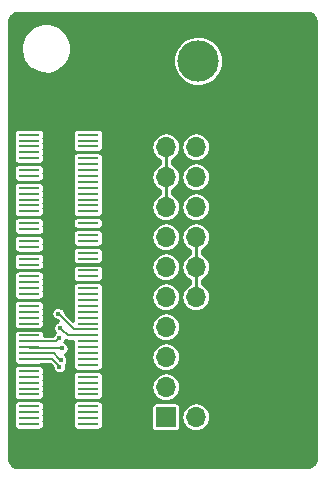
<source format=gbr>
G04 #@! TF.FileFunction,Copper,L1,Top,Signal*
%FSLAX46Y46*%
G04 Gerber Fmt 4.6, Leading zero omitted, Abs format (unit mm)*
G04 Created by KiCad (PCBNEW 4.0.6) date 06/16/19 22:16:32*
%MOMM*%
%LPD*%
G01*
G04 APERTURE LIST*
%ADD10C,0.100000*%
%ADD11R,1.800000X0.240000*%
%ADD12C,3.500000*%
%ADD13R,1.700000X1.700000*%
%ADD14O,1.700000X1.700000*%
%ADD15C,0.400000*%
%ADD16C,0.130000*%
%ADD17C,0.250000*%
G04 APERTURE END LIST*
D10*
D11*
X170250000Y-117550000D03*
X175250000Y-117550000D03*
X170250000Y-117050000D03*
X175250000Y-117050000D03*
X170250000Y-116550000D03*
X175250000Y-116550000D03*
X170250000Y-116050000D03*
X175250000Y-116050000D03*
X170250000Y-115550000D03*
X175250000Y-115550000D03*
X170250000Y-115050000D03*
X175250000Y-115050000D03*
X170250000Y-114550000D03*
X175250000Y-114550000D03*
X170250000Y-114050000D03*
X175250000Y-114050000D03*
X170250000Y-113550000D03*
X175250000Y-113550000D03*
X170250000Y-113050000D03*
X175250000Y-113050000D03*
X170250000Y-112550000D03*
X175250000Y-112550000D03*
X170250000Y-112050000D03*
X175250000Y-112050000D03*
X170250000Y-111550000D03*
X175250000Y-111550000D03*
X170250000Y-111050000D03*
X175250000Y-111050000D03*
X170250000Y-110550000D03*
X175250000Y-110550000D03*
X170250000Y-110050000D03*
X175250000Y-110050000D03*
X170250000Y-109550000D03*
X175250000Y-109550000D03*
X170250000Y-109050000D03*
X175250000Y-109050000D03*
X170250000Y-108550000D03*
X175250000Y-108550000D03*
X170250000Y-108050000D03*
X175250000Y-108050000D03*
X170250000Y-107550000D03*
X175250000Y-107550000D03*
X170250000Y-107050000D03*
X175250000Y-107050000D03*
X170250000Y-106550000D03*
X175250000Y-106550000D03*
X170250000Y-106050000D03*
X175250000Y-106050000D03*
X170250000Y-105550000D03*
X175250000Y-105550000D03*
X170250000Y-105050000D03*
X175250000Y-105050000D03*
X170250000Y-104550000D03*
X175250000Y-104550000D03*
X170250000Y-104050000D03*
X175250000Y-104050000D03*
X170250000Y-103550000D03*
X175250000Y-103550000D03*
X170250000Y-103050000D03*
X175250000Y-103050000D03*
X170250000Y-102550000D03*
X175250000Y-102550000D03*
X170250000Y-102050000D03*
X175250000Y-102050000D03*
X170250000Y-101550000D03*
X175250000Y-101550000D03*
X170250000Y-101050000D03*
X175250000Y-101050000D03*
X170250000Y-100550000D03*
X175250000Y-100550000D03*
X170250000Y-100050000D03*
X175250000Y-100050000D03*
X170250000Y-99550000D03*
X175250000Y-99550000D03*
X170250000Y-99050000D03*
X175250000Y-99050000D03*
X170250000Y-98550000D03*
X175250000Y-98550000D03*
X170250000Y-98050000D03*
X175250000Y-98050000D03*
X170250000Y-97550000D03*
X175250000Y-97550000D03*
X170250000Y-97050000D03*
X175250000Y-97050000D03*
X170250000Y-96550000D03*
X175250000Y-96550000D03*
X170250000Y-96050000D03*
X175250000Y-96050000D03*
X170250000Y-95550000D03*
X175250000Y-95550000D03*
X170250000Y-95050000D03*
X175250000Y-95050000D03*
X170250000Y-94550000D03*
X175250000Y-94550000D03*
X170250000Y-94050000D03*
X175250000Y-94050000D03*
X170250000Y-93550000D03*
X175250000Y-93550000D03*
X170250000Y-93050000D03*
X175250000Y-93050000D03*
D12*
X184600000Y-86800000D03*
X179600000Y-86800000D03*
D13*
X181860000Y-116950000D03*
D14*
X184400000Y-116950000D03*
X181860000Y-114410000D03*
X184400000Y-114410000D03*
X181860000Y-111870000D03*
X184400000Y-111870000D03*
X181860000Y-109330000D03*
X184400000Y-109330000D03*
X181860000Y-106790000D03*
X184400000Y-106790000D03*
X181860000Y-104250000D03*
X184400000Y-104250000D03*
X181860000Y-101710000D03*
X184400000Y-101710000D03*
X181860000Y-99170000D03*
X184400000Y-99170000D03*
X181860000Y-96630000D03*
X184400000Y-96630000D03*
X181860000Y-94090000D03*
X184400000Y-94090000D03*
D15*
X172850000Y-112700000D03*
X172951662Y-112142151D03*
X173050000Y-111150000D03*
X172800000Y-110300000D03*
X172900000Y-109400000D03*
X172750000Y-108200000D03*
D16*
X170250000Y-112050000D02*
X172200000Y-112050000D01*
X172650001Y-112500001D02*
X172850000Y-112700000D01*
X172200000Y-112050000D02*
X172650001Y-112500001D01*
X172751663Y-111942152D02*
X172951662Y-112142151D01*
X170250000Y-111550000D02*
X172359511Y-111550000D01*
X172359511Y-111550000D02*
X172751663Y-111942152D01*
X173050000Y-111150000D02*
X170350000Y-111150000D01*
X170350000Y-111150000D02*
X170250000Y-111050000D01*
X172800000Y-110300000D02*
X172550000Y-110550000D01*
X172550000Y-110550000D02*
X170250000Y-110550000D01*
X173099999Y-109599999D02*
X172900000Y-109400000D01*
X173550000Y-110050000D02*
X173099999Y-109599999D01*
X175250000Y-110050000D02*
X173550000Y-110050000D01*
X172949999Y-108399999D02*
X172750000Y-108200000D01*
X174100000Y-109550000D02*
X172949999Y-108399999D01*
X175250000Y-109550000D02*
X174100000Y-109550000D01*
D17*
X184400000Y-101710000D02*
X184400000Y-102912081D01*
X184400000Y-102912081D02*
X184400000Y-104250000D01*
X184400000Y-106790000D02*
X184400000Y-104250000D01*
X181860000Y-96630000D02*
X181860000Y-97832081D01*
X181860000Y-97832081D02*
X181860000Y-99170000D01*
X181860000Y-94090000D02*
X181860000Y-95292081D01*
X181860000Y-95292081D02*
X181860000Y-96630000D01*
G36*
X193768225Y-82748952D02*
X193774496Y-82749337D01*
X193954758Y-82759133D01*
X194086936Y-82792850D01*
X194210043Y-82851597D01*
X194319395Y-82933136D01*
X194410828Y-83034363D01*
X194480859Y-83151425D01*
X194526817Y-83279854D01*
X194549378Y-83431006D01*
X194550000Y-83455670D01*
X194550000Y-120437783D01*
X194540867Y-120605844D01*
X194507149Y-120738023D01*
X194448403Y-120861129D01*
X194366863Y-120970482D01*
X194265635Y-121061916D01*
X194148577Y-121131944D01*
X194020145Y-121177903D01*
X193868994Y-121200464D01*
X193861674Y-121200649D01*
X193856283Y-121200044D01*
X193850000Y-121200000D01*
X169363303Y-121200000D01*
X169195242Y-121190867D01*
X169063063Y-121157149D01*
X168939957Y-121098403D01*
X168830604Y-121016863D01*
X168739170Y-120915635D01*
X168669142Y-120798577D01*
X168623183Y-120670145D01*
X168600622Y-120518994D01*
X168600000Y-120494330D01*
X168600000Y-115930000D01*
X168973186Y-115930000D01*
X168973186Y-116170000D01*
X168977948Y-116229717D01*
X168999579Y-116299566D01*
X168988104Y-116325022D01*
X168973186Y-116430000D01*
X168973186Y-116670000D01*
X168977948Y-116729717D01*
X168999579Y-116799566D01*
X168988104Y-116825022D01*
X168973186Y-116930000D01*
X168973186Y-117170000D01*
X168977948Y-117229717D01*
X168999579Y-117299566D01*
X168988104Y-117325022D01*
X168973186Y-117430000D01*
X168973186Y-117670000D01*
X168977948Y-117729717D01*
X169009315Y-117831004D01*
X169067657Y-117919543D01*
X169148357Y-117988322D01*
X169245022Y-118031896D01*
X169350000Y-118046814D01*
X171150000Y-118046814D01*
X171209717Y-118042052D01*
X171311004Y-118010685D01*
X171399543Y-117952343D01*
X171468322Y-117871643D01*
X171511896Y-117774978D01*
X171526814Y-117670000D01*
X171526814Y-117430000D01*
X171522052Y-117370283D01*
X171500421Y-117300434D01*
X171511896Y-117274978D01*
X171526814Y-117170000D01*
X171526814Y-116930000D01*
X171522052Y-116870283D01*
X171500421Y-116800434D01*
X171511896Y-116774978D01*
X171526814Y-116670000D01*
X171526814Y-116430000D01*
X171522052Y-116370283D01*
X171500421Y-116300434D01*
X171511896Y-116274978D01*
X171526814Y-116170000D01*
X171526814Y-115930000D01*
X173973186Y-115930000D01*
X173973186Y-116170000D01*
X173977948Y-116229717D01*
X173999579Y-116299566D01*
X173988104Y-116325022D01*
X173973186Y-116430000D01*
X173973186Y-116670000D01*
X173977948Y-116729717D01*
X173999579Y-116799566D01*
X173988104Y-116825022D01*
X173973186Y-116930000D01*
X173973186Y-117170000D01*
X173977948Y-117229717D01*
X173999579Y-117299566D01*
X173988104Y-117325022D01*
X173973186Y-117430000D01*
X173973186Y-117670000D01*
X173977948Y-117729717D01*
X174009315Y-117831004D01*
X174067657Y-117919543D01*
X174148357Y-117988322D01*
X174245022Y-118031896D01*
X174350000Y-118046814D01*
X176150000Y-118046814D01*
X176209717Y-118042052D01*
X176311004Y-118010685D01*
X176399543Y-117952343D01*
X176468322Y-117871643D01*
X176511896Y-117774978D01*
X176526814Y-117670000D01*
X176526814Y-117430000D01*
X176522052Y-117370283D01*
X176500421Y-117300434D01*
X176511896Y-117274978D01*
X176526814Y-117170000D01*
X176526814Y-116930000D01*
X176522052Y-116870283D01*
X176500421Y-116800434D01*
X176511896Y-116774978D01*
X176526814Y-116670000D01*
X176526814Y-116430000D01*
X176522052Y-116370283D01*
X176500421Y-116300434D01*
X176511896Y-116274978D01*
X176526814Y-116170000D01*
X176526814Y-116100000D01*
X180633186Y-116100000D01*
X180633186Y-117800000D01*
X180637948Y-117859717D01*
X180669315Y-117961004D01*
X180727657Y-118049543D01*
X180808357Y-118118322D01*
X180905022Y-118161896D01*
X181010000Y-118176814D01*
X182710000Y-118176814D01*
X182769717Y-118172052D01*
X182871004Y-118140685D01*
X182959543Y-118082343D01*
X183028322Y-118001643D01*
X183071896Y-117904978D01*
X183086814Y-117800000D01*
X183086814Y-116941448D01*
X183169103Y-116941448D01*
X183190771Y-117179542D01*
X183258273Y-117408893D01*
X183369037Y-117620765D01*
X183518844Y-117807088D01*
X183701988Y-117960764D01*
X183911494Y-118075941D01*
X184139381Y-118148231D01*
X184376969Y-118174881D01*
X184394073Y-118175000D01*
X184405927Y-118175000D01*
X184643864Y-118151670D01*
X184872738Y-118082569D01*
X185083832Y-117970329D01*
X185269104Y-117819224D01*
X185421498Y-117635011D01*
X185535209Y-117424707D01*
X185605907Y-117196320D01*
X185630897Y-116958552D01*
X185609229Y-116720458D01*
X185541727Y-116491107D01*
X185430963Y-116279235D01*
X185281156Y-116092912D01*
X185098012Y-115939236D01*
X184888506Y-115824059D01*
X184660619Y-115751769D01*
X184423031Y-115725119D01*
X184405927Y-115725000D01*
X184394073Y-115725000D01*
X184156136Y-115748330D01*
X183927262Y-115817431D01*
X183716168Y-115929671D01*
X183530896Y-116080776D01*
X183378502Y-116264989D01*
X183264791Y-116475293D01*
X183194093Y-116703680D01*
X183169103Y-116941448D01*
X183086814Y-116941448D01*
X183086814Y-116100000D01*
X183082052Y-116040283D01*
X183050685Y-115938996D01*
X182992343Y-115850457D01*
X182911643Y-115781678D01*
X182814978Y-115738104D01*
X182710000Y-115723186D01*
X181010000Y-115723186D01*
X180950283Y-115727948D01*
X180848996Y-115759315D01*
X180760457Y-115817657D01*
X180691678Y-115898357D01*
X180648104Y-115995022D01*
X180633186Y-116100000D01*
X176526814Y-116100000D01*
X176526814Y-115930000D01*
X176522052Y-115870283D01*
X176490685Y-115768996D01*
X176432343Y-115680457D01*
X176351643Y-115611678D01*
X176254978Y-115568104D01*
X176150000Y-115553186D01*
X174350000Y-115553186D01*
X174290283Y-115557948D01*
X174188996Y-115589315D01*
X174100457Y-115647657D01*
X174031678Y-115728357D01*
X173988104Y-115825022D01*
X173973186Y-115930000D01*
X171526814Y-115930000D01*
X171522052Y-115870283D01*
X171490685Y-115768996D01*
X171432343Y-115680457D01*
X171351643Y-115611678D01*
X171254978Y-115568104D01*
X171150000Y-115553186D01*
X169350000Y-115553186D01*
X169290283Y-115557948D01*
X169188996Y-115589315D01*
X169100457Y-115647657D01*
X169031678Y-115728357D01*
X168988104Y-115825022D01*
X168973186Y-115930000D01*
X168600000Y-115930000D01*
X168600000Y-112930000D01*
X168973186Y-112930000D01*
X168973186Y-113170000D01*
X168977948Y-113229717D01*
X168999579Y-113299566D01*
X168988104Y-113325022D01*
X168973186Y-113430000D01*
X168973186Y-113670000D01*
X168977948Y-113729717D01*
X168999579Y-113799566D01*
X168988104Y-113825022D01*
X168973186Y-113930000D01*
X168973186Y-114170000D01*
X168977948Y-114229717D01*
X168999579Y-114299566D01*
X168988104Y-114325022D01*
X168973186Y-114430000D01*
X168973186Y-114670000D01*
X168977948Y-114729717D01*
X168999579Y-114799566D01*
X168988104Y-114825022D01*
X168973186Y-114930000D01*
X168973186Y-115170000D01*
X168977948Y-115229717D01*
X169009315Y-115331004D01*
X169067657Y-115419543D01*
X169148357Y-115488322D01*
X169245022Y-115531896D01*
X169350000Y-115546814D01*
X171150000Y-115546814D01*
X171209717Y-115542052D01*
X171311004Y-115510685D01*
X171399543Y-115452343D01*
X171468322Y-115371643D01*
X171511896Y-115274978D01*
X171526814Y-115170000D01*
X171526814Y-114930000D01*
X171522052Y-114870283D01*
X171500421Y-114800434D01*
X171511896Y-114774978D01*
X171526814Y-114670000D01*
X171526814Y-114430000D01*
X171522052Y-114370283D01*
X171500421Y-114300434D01*
X171511896Y-114274978D01*
X171526814Y-114170000D01*
X171526814Y-113930000D01*
X171522052Y-113870283D01*
X171500421Y-113800434D01*
X171511896Y-113774978D01*
X171526814Y-113670000D01*
X171526814Y-113430000D01*
X173973186Y-113430000D01*
X173973186Y-113670000D01*
X173977948Y-113729717D01*
X173999579Y-113799566D01*
X173988104Y-113825022D01*
X173973186Y-113930000D01*
X173973186Y-114170000D01*
X173977948Y-114229717D01*
X173999579Y-114299566D01*
X173988104Y-114325022D01*
X173973186Y-114430000D01*
X173973186Y-114670000D01*
X173977948Y-114729717D01*
X173999579Y-114799566D01*
X173988104Y-114825022D01*
X173973186Y-114930000D01*
X173973186Y-115170000D01*
X173977948Y-115229717D01*
X174009315Y-115331004D01*
X174067657Y-115419543D01*
X174148357Y-115488322D01*
X174245022Y-115531896D01*
X174350000Y-115546814D01*
X176150000Y-115546814D01*
X176209717Y-115542052D01*
X176311004Y-115510685D01*
X176399543Y-115452343D01*
X176468322Y-115371643D01*
X176511896Y-115274978D01*
X176526814Y-115170000D01*
X176526814Y-114930000D01*
X176522052Y-114870283D01*
X176500421Y-114800434D01*
X176511896Y-114774978D01*
X176526814Y-114670000D01*
X176526814Y-114430000D01*
X176524538Y-114401448D01*
X180629103Y-114401448D01*
X180650771Y-114639542D01*
X180718273Y-114868893D01*
X180829037Y-115080765D01*
X180978844Y-115267088D01*
X181161988Y-115420764D01*
X181371494Y-115535941D01*
X181599381Y-115608231D01*
X181836969Y-115634881D01*
X181854073Y-115635000D01*
X181865927Y-115635000D01*
X182103864Y-115611670D01*
X182332738Y-115542569D01*
X182543832Y-115430329D01*
X182729104Y-115279224D01*
X182881498Y-115095011D01*
X182995209Y-114884707D01*
X183065907Y-114656320D01*
X183090897Y-114418552D01*
X183069229Y-114180458D01*
X183001727Y-113951107D01*
X182890963Y-113739235D01*
X182741156Y-113552912D01*
X182558012Y-113399236D01*
X182348506Y-113284059D01*
X182120619Y-113211769D01*
X181883031Y-113185119D01*
X181865927Y-113185000D01*
X181854073Y-113185000D01*
X181616136Y-113208330D01*
X181387262Y-113277431D01*
X181176168Y-113389671D01*
X180990896Y-113540776D01*
X180838502Y-113724989D01*
X180724791Y-113935293D01*
X180654093Y-114163680D01*
X180629103Y-114401448D01*
X176524538Y-114401448D01*
X176522052Y-114370283D01*
X176500421Y-114300434D01*
X176511896Y-114274978D01*
X176526814Y-114170000D01*
X176526814Y-113930000D01*
X176522052Y-113870283D01*
X176500421Y-113800434D01*
X176511896Y-113774978D01*
X176526814Y-113670000D01*
X176526814Y-113430000D01*
X176522052Y-113370283D01*
X176490685Y-113268996D01*
X176432343Y-113180457D01*
X176351643Y-113111678D01*
X176254978Y-113068104D01*
X176150000Y-113053186D01*
X174350000Y-113053186D01*
X174290283Y-113057948D01*
X174188996Y-113089315D01*
X174100457Y-113147657D01*
X174031678Y-113228357D01*
X173988104Y-113325022D01*
X173973186Y-113430000D01*
X171526814Y-113430000D01*
X171522052Y-113370283D01*
X171500421Y-113300434D01*
X171511896Y-113274978D01*
X171526814Y-113170000D01*
X171526814Y-112930000D01*
X171522052Y-112870283D01*
X171490685Y-112768996D01*
X171432343Y-112680457D01*
X171351643Y-112611678D01*
X171254978Y-112568104D01*
X171150000Y-112553186D01*
X169350000Y-112553186D01*
X169290283Y-112557948D01*
X169188996Y-112589315D01*
X169100457Y-112647657D01*
X169031678Y-112728357D01*
X168988104Y-112825022D01*
X168973186Y-112930000D01*
X168600000Y-112930000D01*
X168600000Y-109930000D01*
X168973186Y-109930000D01*
X168973186Y-110170000D01*
X168977948Y-110229717D01*
X168999579Y-110299566D01*
X168988104Y-110325022D01*
X168973186Y-110430000D01*
X168973186Y-110670000D01*
X168977948Y-110729717D01*
X168999579Y-110799566D01*
X168988104Y-110825022D01*
X168973186Y-110930000D01*
X168973186Y-111170000D01*
X168977948Y-111229717D01*
X168999579Y-111299566D01*
X168988104Y-111325022D01*
X168973186Y-111430000D01*
X168973186Y-111670000D01*
X168977948Y-111729717D01*
X168999579Y-111799566D01*
X168988104Y-111825022D01*
X168973186Y-111930000D01*
X168973186Y-112170000D01*
X168977948Y-112229717D01*
X169009315Y-112331004D01*
X169067657Y-112419543D01*
X169148357Y-112488322D01*
X169245022Y-112531896D01*
X169350000Y-112546814D01*
X171150000Y-112546814D01*
X171209717Y-112542052D01*
X171311004Y-112510685D01*
X171342395Y-112490000D01*
X172017746Y-112490000D01*
X172274269Y-112746523D01*
X172274244Y-112748348D01*
X172294600Y-112859258D01*
X172336111Y-112964103D01*
X172397196Y-113058888D01*
X172475528Y-113140003D01*
X172568123Y-113204359D01*
X172671456Y-113249503D01*
X172781588Y-113273718D01*
X172894327Y-113276079D01*
X173005377Y-113256498D01*
X173110509Y-113215720D01*
X173205718Y-113155298D01*
X173287378Y-113077535D01*
X173352379Y-112985391D01*
X173398243Y-112882376D01*
X173423226Y-112772415D01*
X173425024Y-112643618D01*
X173403122Y-112533003D01*
X173394464Y-112511997D01*
X173454041Y-112427542D01*
X173499905Y-112324527D01*
X173524888Y-112214566D01*
X173526686Y-112085769D01*
X173504784Y-111975154D01*
X173461813Y-111870899D01*
X173399411Y-111776976D01*
X173319954Y-111696962D01*
X173287098Y-111674801D01*
X173310509Y-111665720D01*
X173405718Y-111605298D01*
X173487378Y-111527535D01*
X173552379Y-111435391D01*
X173598243Y-111332376D01*
X173623226Y-111222415D01*
X173625024Y-111093618D01*
X173603122Y-110983003D01*
X173560151Y-110878748D01*
X173497749Y-110784825D01*
X173418292Y-110704811D01*
X173324807Y-110641755D01*
X173276842Y-110621592D01*
X173302379Y-110585391D01*
X173348243Y-110482376D01*
X173357045Y-110443633D01*
X173376666Y-110454420D01*
X173378872Y-110455120D01*
X173380911Y-110456213D01*
X173419758Y-110468090D01*
X173458519Y-110480385D01*
X173460820Y-110480643D01*
X173463031Y-110481319D01*
X173503482Y-110485428D01*
X173543857Y-110489957D01*
X173548373Y-110489989D01*
X173548465Y-110489998D01*
X173548551Y-110489990D01*
X173550000Y-110490000D01*
X173973186Y-110490000D01*
X173973186Y-110670000D01*
X173977948Y-110729717D01*
X173999579Y-110799566D01*
X173988104Y-110825022D01*
X173973186Y-110930000D01*
X173973186Y-111170000D01*
X173977948Y-111229717D01*
X173999579Y-111299566D01*
X173988104Y-111325022D01*
X173973186Y-111430000D01*
X173973186Y-111670000D01*
X173977948Y-111729717D01*
X173999579Y-111799566D01*
X173988104Y-111825022D01*
X173973186Y-111930000D01*
X173973186Y-112170000D01*
X173977948Y-112229717D01*
X173999579Y-112299566D01*
X173988104Y-112325022D01*
X173973186Y-112430000D01*
X173973186Y-112670000D01*
X173977948Y-112729717D01*
X174009315Y-112831004D01*
X174067657Y-112919543D01*
X174148357Y-112988322D01*
X174245022Y-113031896D01*
X174350000Y-113046814D01*
X176150000Y-113046814D01*
X176209717Y-113042052D01*
X176311004Y-113010685D01*
X176399543Y-112952343D01*
X176468322Y-112871643D01*
X176511896Y-112774978D01*
X176526814Y-112670000D01*
X176526814Y-112430000D01*
X176522052Y-112370283D01*
X176500421Y-112300434D01*
X176511896Y-112274978D01*
X176526814Y-112170000D01*
X176526814Y-111930000D01*
X176522052Y-111870283D01*
X176519316Y-111861448D01*
X180629103Y-111861448D01*
X180650771Y-112099542D01*
X180718273Y-112328893D01*
X180829037Y-112540765D01*
X180978844Y-112727088D01*
X181161988Y-112880764D01*
X181371494Y-112995941D01*
X181599381Y-113068231D01*
X181836969Y-113094881D01*
X181854073Y-113095000D01*
X181865927Y-113095000D01*
X182103864Y-113071670D01*
X182332738Y-113002569D01*
X182543832Y-112890329D01*
X182729104Y-112739224D01*
X182881498Y-112555011D01*
X182995209Y-112344707D01*
X183065907Y-112116320D01*
X183090897Y-111878552D01*
X183069229Y-111640458D01*
X183001727Y-111411107D01*
X182890963Y-111199235D01*
X182741156Y-111012912D01*
X182558012Y-110859236D01*
X182348506Y-110744059D01*
X182120619Y-110671769D01*
X181883031Y-110645119D01*
X181865927Y-110645000D01*
X181854073Y-110645000D01*
X181616136Y-110668330D01*
X181387262Y-110737431D01*
X181176168Y-110849671D01*
X180990896Y-111000776D01*
X180838502Y-111184989D01*
X180724791Y-111395293D01*
X180654093Y-111623680D01*
X180629103Y-111861448D01*
X176519316Y-111861448D01*
X176500421Y-111800434D01*
X176511896Y-111774978D01*
X176526814Y-111670000D01*
X176526814Y-111430000D01*
X176522052Y-111370283D01*
X176500421Y-111300434D01*
X176511896Y-111274978D01*
X176526814Y-111170000D01*
X176526814Y-110930000D01*
X176522052Y-110870283D01*
X176500421Y-110800434D01*
X176511896Y-110774978D01*
X176526814Y-110670000D01*
X176526814Y-110430000D01*
X176522052Y-110370283D01*
X176500421Y-110300434D01*
X176511896Y-110274978D01*
X176526814Y-110170000D01*
X176526814Y-109930000D01*
X176522052Y-109870283D01*
X176500421Y-109800434D01*
X176511896Y-109774978D01*
X176526814Y-109670000D01*
X176526814Y-109430000D01*
X176522052Y-109370283D01*
X176506929Y-109321448D01*
X180629103Y-109321448D01*
X180650771Y-109559542D01*
X180718273Y-109788893D01*
X180829037Y-110000765D01*
X180978844Y-110187088D01*
X181161988Y-110340764D01*
X181371494Y-110455941D01*
X181599381Y-110528231D01*
X181836969Y-110554881D01*
X181854073Y-110555000D01*
X181865927Y-110555000D01*
X182103864Y-110531670D01*
X182332738Y-110462569D01*
X182543832Y-110350329D01*
X182729104Y-110199224D01*
X182881498Y-110015011D01*
X182995209Y-109804707D01*
X183065907Y-109576320D01*
X183090897Y-109338552D01*
X183069229Y-109100458D01*
X183001727Y-108871107D01*
X182890963Y-108659235D01*
X182741156Y-108472912D01*
X182558012Y-108319236D01*
X182348506Y-108204059D01*
X182120619Y-108131769D01*
X181883031Y-108105119D01*
X181865927Y-108105000D01*
X181854073Y-108105000D01*
X181616136Y-108128330D01*
X181387262Y-108197431D01*
X181176168Y-108309671D01*
X180990896Y-108460776D01*
X180838502Y-108644989D01*
X180724791Y-108855293D01*
X180654093Y-109083680D01*
X180629103Y-109321448D01*
X176506929Y-109321448D01*
X176500421Y-109300434D01*
X176511896Y-109274978D01*
X176526814Y-109170000D01*
X176526814Y-108930000D01*
X176522052Y-108870283D01*
X176500421Y-108800434D01*
X176511896Y-108774978D01*
X176526814Y-108670000D01*
X176526814Y-108430000D01*
X176522052Y-108370283D01*
X176500421Y-108300434D01*
X176511896Y-108274978D01*
X176526814Y-108170000D01*
X176526814Y-107930000D01*
X176522052Y-107870283D01*
X176500421Y-107800434D01*
X176511896Y-107774978D01*
X176526814Y-107670000D01*
X176526814Y-107430000D01*
X176522052Y-107370283D01*
X176500421Y-107300434D01*
X176511896Y-107274978D01*
X176526814Y-107170000D01*
X176526814Y-106930000D01*
X176522052Y-106870283D01*
X176500421Y-106800434D01*
X176508979Y-106781448D01*
X180629103Y-106781448D01*
X180650771Y-107019542D01*
X180718273Y-107248893D01*
X180829037Y-107460765D01*
X180978844Y-107647088D01*
X181161988Y-107800764D01*
X181371494Y-107915941D01*
X181599381Y-107988231D01*
X181836969Y-108014881D01*
X181854073Y-108015000D01*
X181865927Y-108015000D01*
X182103864Y-107991670D01*
X182332738Y-107922569D01*
X182543832Y-107810329D01*
X182729104Y-107659224D01*
X182881498Y-107475011D01*
X182995209Y-107264707D01*
X183065907Y-107036320D01*
X183090897Y-106798552D01*
X183069229Y-106560458D01*
X183001727Y-106331107D01*
X182890963Y-106119235D01*
X182741156Y-105932912D01*
X182558012Y-105779236D01*
X182348506Y-105664059D01*
X182120619Y-105591769D01*
X181883031Y-105565119D01*
X181865927Y-105565000D01*
X181854073Y-105565000D01*
X181616136Y-105588330D01*
X181387262Y-105657431D01*
X181176168Y-105769671D01*
X180990896Y-105920776D01*
X180838502Y-106104989D01*
X180724791Y-106315293D01*
X180654093Y-106543680D01*
X180629103Y-106781448D01*
X176508979Y-106781448D01*
X176511896Y-106774978D01*
X176526814Y-106670000D01*
X176526814Y-106430000D01*
X176522052Y-106370283D01*
X176500421Y-106300434D01*
X176511896Y-106274978D01*
X176526814Y-106170000D01*
X176526814Y-105930000D01*
X176522052Y-105870283D01*
X176490685Y-105768996D01*
X176432343Y-105680457D01*
X176351643Y-105611678D01*
X176254978Y-105568104D01*
X176150000Y-105553186D01*
X174350000Y-105553186D01*
X174290283Y-105557948D01*
X174188996Y-105589315D01*
X174100457Y-105647657D01*
X174031678Y-105728357D01*
X173988104Y-105825022D01*
X173973186Y-105930000D01*
X173973186Y-106170000D01*
X173977948Y-106229717D01*
X173999579Y-106299566D01*
X173988104Y-106325022D01*
X173973186Y-106430000D01*
X173973186Y-106670000D01*
X173977948Y-106729717D01*
X173999579Y-106799566D01*
X173988104Y-106825022D01*
X173973186Y-106930000D01*
X173973186Y-107170000D01*
X173977948Y-107229717D01*
X173999579Y-107299566D01*
X173988104Y-107325022D01*
X173973186Y-107430000D01*
X173973186Y-107670000D01*
X173977948Y-107729717D01*
X173999579Y-107799566D01*
X173988104Y-107825022D01*
X173973186Y-107930000D01*
X173973186Y-108170000D01*
X173977948Y-108229717D01*
X173999579Y-108299566D01*
X173988104Y-108325022D01*
X173973186Y-108430000D01*
X173973186Y-108670000D01*
X173977948Y-108729717D01*
X173999579Y-108799566D01*
X173990954Y-108818700D01*
X173324898Y-108152644D01*
X173325024Y-108143618D01*
X173303122Y-108033003D01*
X173260151Y-107928748D01*
X173197749Y-107834825D01*
X173118292Y-107754811D01*
X173024807Y-107691755D01*
X172920855Y-107648057D01*
X172810395Y-107625383D01*
X172697634Y-107624596D01*
X172586868Y-107645726D01*
X172482316Y-107687968D01*
X172387960Y-107749713D01*
X172307393Y-107828609D01*
X172243686Y-107921651D01*
X172199264Y-108025296D01*
X172175819Y-108135595D01*
X172174244Y-108248348D01*
X172194600Y-108359258D01*
X172236111Y-108464103D01*
X172297196Y-108558888D01*
X172375528Y-108640003D01*
X172468123Y-108704359D01*
X172571456Y-108749503D01*
X172681588Y-108773718D01*
X172701889Y-108774143D01*
X172767608Y-108839862D01*
X172736868Y-108845726D01*
X172632316Y-108887968D01*
X172537960Y-108949713D01*
X172457393Y-109028609D01*
X172393686Y-109121651D01*
X172349264Y-109225296D01*
X172325819Y-109335595D01*
X172324244Y-109448348D01*
X172344600Y-109559258D01*
X172386111Y-109664103D01*
X172447196Y-109758888D01*
X172497365Y-109810839D01*
X172437960Y-109849713D01*
X172357393Y-109928609D01*
X172293686Y-110021651D01*
X172255820Y-110110000D01*
X171526814Y-110110000D01*
X171526814Y-109930000D01*
X171522052Y-109870283D01*
X171490685Y-109768996D01*
X171432343Y-109680457D01*
X171351643Y-109611678D01*
X171254978Y-109568104D01*
X171150000Y-109553186D01*
X169350000Y-109553186D01*
X169290283Y-109557948D01*
X169188996Y-109589315D01*
X169100457Y-109647657D01*
X169031678Y-109728357D01*
X168988104Y-109825022D01*
X168973186Y-109930000D01*
X168600000Y-109930000D01*
X168600000Y-107430000D01*
X168973186Y-107430000D01*
X168973186Y-107670000D01*
X168977948Y-107729717D01*
X168999579Y-107799566D01*
X168988104Y-107825022D01*
X168973186Y-107930000D01*
X168973186Y-108170000D01*
X168977948Y-108229717D01*
X168999579Y-108299566D01*
X168988104Y-108325022D01*
X168973186Y-108430000D01*
X168973186Y-108670000D01*
X168977948Y-108729717D01*
X168999579Y-108799566D01*
X168988104Y-108825022D01*
X168973186Y-108930000D01*
X168973186Y-109170000D01*
X168977948Y-109229717D01*
X169009315Y-109331004D01*
X169067657Y-109419543D01*
X169148357Y-109488322D01*
X169245022Y-109531896D01*
X169350000Y-109546814D01*
X171150000Y-109546814D01*
X171209717Y-109542052D01*
X171311004Y-109510685D01*
X171399543Y-109452343D01*
X171468322Y-109371643D01*
X171511896Y-109274978D01*
X171526814Y-109170000D01*
X171526814Y-108930000D01*
X171522052Y-108870283D01*
X171500421Y-108800434D01*
X171511896Y-108774978D01*
X171526814Y-108670000D01*
X171526814Y-108430000D01*
X171522052Y-108370283D01*
X171500421Y-108300434D01*
X171511896Y-108274978D01*
X171526814Y-108170000D01*
X171526814Y-107930000D01*
X171522052Y-107870283D01*
X171500421Y-107800434D01*
X171511896Y-107774978D01*
X171526814Y-107670000D01*
X171526814Y-107430000D01*
X171522052Y-107370283D01*
X171490685Y-107268996D01*
X171432343Y-107180457D01*
X171351643Y-107111678D01*
X171254978Y-107068104D01*
X171150000Y-107053186D01*
X169350000Y-107053186D01*
X169290283Y-107057948D01*
X169188996Y-107089315D01*
X169100457Y-107147657D01*
X169031678Y-107228357D01*
X168988104Y-107325022D01*
X168973186Y-107430000D01*
X168600000Y-107430000D01*
X168600000Y-104930000D01*
X168973186Y-104930000D01*
X168973186Y-105170000D01*
X168977948Y-105229717D01*
X168999579Y-105299566D01*
X168988104Y-105325022D01*
X168973186Y-105430000D01*
X168973186Y-105670000D01*
X168977948Y-105729717D01*
X168999579Y-105799566D01*
X168988104Y-105825022D01*
X168973186Y-105930000D01*
X168973186Y-106170000D01*
X168977948Y-106229717D01*
X168999579Y-106299566D01*
X168988104Y-106325022D01*
X168973186Y-106430000D01*
X168973186Y-106670000D01*
X168977948Y-106729717D01*
X169009315Y-106831004D01*
X169067657Y-106919543D01*
X169148357Y-106988322D01*
X169245022Y-107031896D01*
X169350000Y-107046814D01*
X171150000Y-107046814D01*
X171209717Y-107042052D01*
X171311004Y-107010685D01*
X171399543Y-106952343D01*
X171468322Y-106871643D01*
X171511896Y-106774978D01*
X171526814Y-106670000D01*
X171526814Y-106430000D01*
X171522052Y-106370283D01*
X171500421Y-106300434D01*
X171511896Y-106274978D01*
X171526814Y-106170000D01*
X171526814Y-105930000D01*
X171522052Y-105870283D01*
X171500421Y-105800434D01*
X171511896Y-105774978D01*
X171526814Y-105670000D01*
X171526814Y-105430000D01*
X171522052Y-105370283D01*
X171500421Y-105300434D01*
X171511896Y-105274978D01*
X171526814Y-105170000D01*
X171526814Y-104930000D01*
X171522052Y-104870283D01*
X171490685Y-104768996D01*
X171432343Y-104680457D01*
X171351643Y-104611678D01*
X171254978Y-104568104D01*
X171150000Y-104553186D01*
X169350000Y-104553186D01*
X169290283Y-104557948D01*
X169188996Y-104589315D01*
X169100457Y-104647657D01*
X169031678Y-104728357D01*
X168988104Y-104825022D01*
X168973186Y-104930000D01*
X168600000Y-104930000D01*
X168600000Y-103430000D01*
X168973186Y-103430000D01*
X168973186Y-103670000D01*
X168977948Y-103729717D01*
X168999579Y-103799566D01*
X168988104Y-103825022D01*
X168973186Y-103930000D01*
X168973186Y-104170000D01*
X168977948Y-104229717D01*
X169009315Y-104331004D01*
X169067657Y-104419543D01*
X169148357Y-104488322D01*
X169245022Y-104531896D01*
X169350000Y-104546814D01*
X171150000Y-104546814D01*
X171209717Y-104542052D01*
X171311004Y-104510685D01*
X171399543Y-104452343D01*
X171418585Y-104430000D01*
X173973186Y-104430000D01*
X173973186Y-104670000D01*
X173977948Y-104729717D01*
X173999579Y-104799566D01*
X173988104Y-104825022D01*
X173973186Y-104930000D01*
X173973186Y-105170000D01*
X173977948Y-105229717D01*
X174009315Y-105331004D01*
X174067657Y-105419543D01*
X174148357Y-105488322D01*
X174245022Y-105531896D01*
X174350000Y-105546814D01*
X176150000Y-105546814D01*
X176209717Y-105542052D01*
X176311004Y-105510685D01*
X176399543Y-105452343D01*
X176468322Y-105371643D01*
X176511896Y-105274978D01*
X176526814Y-105170000D01*
X176526814Y-104930000D01*
X176522052Y-104870283D01*
X176500421Y-104800434D01*
X176511896Y-104774978D01*
X176526814Y-104670000D01*
X176526814Y-104430000D01*
X176522052Y-104370283D01*
X176490685Y-104268996D01*
X176472533Y-104241448D01*
X180629103Y-104241448D01*
X180650771Y-104479542D01*
X180718273Y-104708893D01*
X180829037Y-104920765D01*
X180978844Y-105107088D01*
X181161988Y-105260764D01*
X181371494Y-105375941D01*
X181599381Y-105448231D01*
X181836969Y-105474881D01*
X181854073Y-105475000D01*
X181865927Y-105475000D01*
X182103864Y-105451670D01*
X182332738Y-105382569D01*
X182543832Y-105270329D01*
X182729104Y-105119224D01*
X182881498Y-104935011D01*
X182995209Y-104724707D01*
X183065907Y-104496320D01*
X183090897Y-104258552D01*
X183069229Y-104020458D01*
X183001727Y-103791107D01*
X182890963Y-103579235D01*
X182741156Y-103392912D01*
X182558012Y-103239236D01*
X182348506Y-103124059D01*
X182120619Y-103051769D01*
X181883031Y-103025119D01*
X181865927Y-103025000D01*
X181854073Y-103025000D01*
X181616136Y-103048330D01*
X181387262Y-103117431D01*
X181176168Y-103229671D01*
X180990896Y-103380776D01*
X180838502Y-103564989D01*
X180724791Y-103775293D01*
X180654093Y-104003680D01*
X180629103Y-104241448D01*
X176472533Y-104241448D01*
X176432343Y-104180457D01*
X176351643Y-104111678D01*
X176254978Y-104068104D01*
X176150000Y-104053186D01*
X174350000Y-104053186D01*
X174290283Y-104057948D01*
X174188996Y-104089315D01*
X174100457Y-104147657D01*
X174031678Y-104228357D01*
X173988104Y-104325022D01*
X173973186Y-104430000D01*
X171418585Y-104430000D01*
X171468322Y-104371643D01*
X171511896Y-104274978D01*
X171526814Y-104170000D01*
X171526814Y-103930000D01*
X171522052Y-103870283D01*
X171500421Y-103800434D01*
X171511896Y-103774978D01*
X171526814Y-103670000D01*
X171526814Y-103430000D01*
X171522052Y-103370283D01*
X171490685Y-103268996D01*
X171432343Y-103180457D01*
X171351643Y-103111678D01*
X171254978Y-103068104D01*
X171150000Y-103053186D01*
X169350000Y-103053186D01*
X169290283Y-103057948D01*
X169188996Y-103089315D01*
X169100457Y-103147657D01*
X169031678Y-103228357D01*
X168988104Y-103325022D01*
X168973186Y-103430000D01*
X168600000Y-103430000D01*
X168600000Y-101930000D01*
X168973186Y-101930000D01*
X168973186Y-102170000D01*
X168977948Y-102229717D01*
X168999579Y-102299566D01*
X168988104Y-102325022D01*
X168973186Y-102430000D01*
X168973186Y-102670000D01*
X168977948Y-102729717D01*
X169009315Y-102831004D01*
X169067657Y-102919543D01*
X169148357Y-102988322D01*
X169245022Y-103031896D01*
X169350000Y-103046814D01*
X171150000Y-103046814D01*
X171209717Y-103042052D01*
X171311004Y-103010685D01*
X171399543Y-102952343D01*
X171418585Y-102930000D01*
X173973186Y-102930000D01*
X173973186Y-103170000D01*
X173977948Y-103229717D01*
X173999579Y-103299566D01*
X173988104Y-103325022D01*
X173973186Y-103430000D01*
X173973186Y-103670000D01*
X173977948Y-103729717D01*
X174009315Y-103831004D01*
X174067657Y-103919543D01*
X174148357Y-103988322D01*
X174245022Y-104031896D01*
X174350000Y-104046814D01*
X176150000Y-104046814D01*
X176209717Y-104042052D01*
X176311004Y-104010685D01*
X176399543Y-103952343D01*
X176468322Y-103871643D01*
X176511896Y-103774978D01*
X176526814Y-103670000D01*
X176526814Y-103430000D01*
X176522052Y-103370283D01*
X176500421Y-103300434D01*
X176511896Y-103274978D01*
X176526814Y-103170000D01*
X176526814Y-102930000D01*
X176522052Y-102870283D01*
X176490685Y-102768996D01*
X176432343Y-102680457D01*
X176351643Y-102611678D01*
X176254978Y-102568104D01*
X176150000Y-102553186D01*
X174350000Y-102553186D01*
X174290283Y-102557948D01*
X174188996Y-102589315D01*
X174100457Y-102647657D01*
X174031678Y-102728357D01*
X173988104Y-102825022D01*
X173973186Y-102930000D01*
X171418585Y-102930000D01*
X171468322Y-102871643D01*
X171511896Y-102774978D01*
X171526814Y-102670000D01*
X171526814Y-102430000D01*
X171522052Y-102370283D01*
X171500421Y-102300434D01*
X171511896Y-102274978D01*
X171526814Y-102170000D01*
X171526814Y-101930000D01*
X171522052Y-101870283D01*
X171490685Y-101768996D01*
X171432343Y-101680457D01*
X171351643Y-101611678D01*
X171254978Y-101568104D01*
X171150000Y-101553186D01*
X169350000Y-101553186D01*
X169290283Y-101557948D01*
X169188996Y-101589315D01*
X169100457Y-101647657D01*
X169031678Y-101728357D01*
X168988104Y-101825022D01*
X168973186Y-101930000D01*
X168600000Y-101930000D01*
X168600000Y-100430000D01*
X168973186Y-100430000D01*
X168973186Y-100670000D01*
X168977948Y-100729717D01*
X168999579Y-100799566D01*
X168988104Y-100825022D01*
X168973186Y-100930000D01*
X168973186Y-101170000D01*
X168977948Y-101229717D01*
X169009315Y-101331004D01*
X169067657Y-101419543D01*
X169148357Y-101488322D01*
X169245022Y-101531896D01*
X169350000Y-101546814D01*
X171150000Y-101546814D01*
X171209717Y-101542052D01*
X171311004Y-101510685D01*
X171399543Y-101452343D01*
X171418585Y-101430000D01*
X173973186Y-101430000D01*
X173973186Y-101670000D01*
X173977948Y-101729717D01*
X173999579Y-101799566D01*
X173988104Y-101825022D01*
X173973186Y-101930000D01*
X173973186Y-102170000D01*
X173977948Y-102229717D01*
X174009315Y-102331004D01*
X174067657Y-102419543D01*
X174148357Y-102488322D01*
X174245022Y-102531896D01*
X174350000Y-102546814D01*
X176150000Y-102546814D01*
X176209717Y-102542052D01*
X176311004Y-102510685D01*
X176399543Y-102452343D01*
X176468322Y-102371643D01*
X176511896Y-102274978D01*
X176526814Y-102170000D01*
X176526814Y-101930000D01*
X176522052Y-101870283D01*
X176500421Y-101800434D01*
X176511896Y-101774978D01*
X176522345Y-101701448D01*
X180629103Y-101701448D01*
X180650771Y-101939542D01*
X180718273Y-102168893D01*
X180829037Y-102380765D01*
X180978844Y-102567088D01*
X181161988Y-102720764D01*
X181371494Y-102835941D01*
X181599381Y-102908231D01*
X181836969Y-102934881D01*
X181854073Y-102935000D01*
X181865927Y-102935000D01*
X182103864Y-102911670D01*
X182332738Y-102842569D01*
X182543832Y-102730329D01*
X182729104Y-102579224D01*
X182881498Y-102395011D01*
X182995209Y-102184707D01*
X183065907Y-101956320D01*
X183090897Y-101718552D01*
X183089341Y-101701448D01*
X183169103Y-101701448D01*
X183190771Y-101939542D01*
X183258273Y-102168893D01*
X183369037Y-102380765D01*
X183518844Y-102567088D01*
X183701988Y-102720764D01*
X183900000Y-102829622D01*
X183900000Y-103131926D01*
X183716168Y-103229671D01*
X183530896Y-103380776D01*
X183378502Y-103564989D01*
X183264791Y-103775293D01*
X183194093Y-104003680D01*
X183169103Y-104241448D01*
X183190771Y-104479542D01*
X183258273Y-104708893D01*
X183369037Y-104920765D01*
X183518844Y-105107088D01*
X183701988Y-105260764D01*
X183900000Y-105369622D01*
X183900000Y-105671926D01*
X183716168Y-105769671D01*
X183530896Y-105920776D01*
X183378502Y-106104989D01*
X183264791Y-106315293D01*
X183194093Y-106543680D01*
X183169103Y-106781448D01*
X183190771Y-107019542D01*
X183258273Y-107248893D01*
X183369037Y-107460765D01*
X183518844Y-107647088D01*
X183701988Y-107800764D01*
X183911494Y-107915941D01*
X184139381Y-107988231D01*
X184376969Y-108014881D01*
X184394073Y-108015000D01*
X184405927Y-108015000D01*
X184643864Y-107991670D01*
X184872738Y-107922569D01*
X185083832Y-107810329D01*
X185269104Y-107659224D01*
X185421498Y-107475011D01*
X185535209Y-107264707D01*
X185605907Y-107036320D01*
X185630897Y-106798552D01*
X185609229Y-106560458D01*
X185541727Y-106331107D01*
X185430963Y-106119235D01*
X185281156Y-105932912D01*
X185098012Y-105779236D01*
X184900000Y-105670378D01*
X184900000Y-105368074D01*
X185083832Y-105270329D01*
X185269104Y-105119224D01*
X185421498Y-104935011D01*
X185535209Y-104724707D01*
X185605907Y-104496320D01*
X185630897Y-104258552D01*
X185609229Y-104020458D01*
X185541727Y-103791107D01*
X185430963Y-103579235D01*
X185281156Y-103392912D01*
X185098012Y-103239236D01*
X184900000Y-103130378D01*
X184900000Y-102828074D01*
X185083832Y-102730329D01*
X185269104Y-102579224D01*
X185421498Y-102395011D01*
X185535209Y-102184707D01*
X185605907Y-101956320D01*
X185630897Y-101718552D01*
X185609229Y-101480458D01*
X185541727Y-101251107D01*
X185430963Y-101039235D01*
X185281156Y-100852912D01*
X185098012Y-100699236D01*
X184888506Y-100584059D01*
X184660619Y-100511769D01*
X184423031Y-100485119D01*
X184405927Y-100485000D01*
X184394073Y-100485000D01*
X184156136Y-100508330D01*
X183927262Y-100577431D01*
X183716168Y-100689671D01*
X183530896Y-100840776D01*
X183378502Y-101024989D01*
X183264791Y-101235293D01*
X183194093Y-101463680D01*
X183169103Y-101701448D01*
X183089341Y-101701448D01*
X183069229Y-101480458D01*
X183001727Y-101251107D01*
X182890963Y-101039235D01*
X182741156Y-100852912D01*
X182558012Y-100699236D01*
X182348506Y-100584059D01*
X182120619Y-100511769D01*
X181883031Y-100485119D01*
X181865927Y-100485000D01*
X181854073Y-100485000D01*
X181616136Y-100508330D01*
X181387262Y-100577431D01*
X181176168Y-100689671D01*
X180990896Y-100840776D01*
X180838502Y-101024989D01*
X180724791Y-101235293D01*
X180654093Y-101463680D01*
X180629103Y-101701448D01*
X176522345Y-101701448D01*
X176526814Y-101670000D01*
X176526814Y-101430000D01*
X176522052Y-101370283D01*
X176490685Y-101268996D01*
X176432343Y-101180457D01*
X176351643Y-101111678D01*
X176254978Y-101068104D01*
X176150000Y-101053186D01*
X174350000Y-101053186D01*
X174290283Y-101057948D01*
X174188996Y-101089315D01*
X174100457Y-101147657D01*
X174031678Y-101228357D01*
X173988104Y-101325022D01*
X173973186Y-101430000D01*
X171418585Y-101430000D01*
X171468322Y-101371643D01*
X171511896Y-101274978D01*
X171526814Y-101170000D01*
X171526814Y-100930000D01*
X171522052Y-100870283D01*
X171500421Y-100800434D01*
X171511896Y-100774978D01*
X171526814Y-100670000D01*
X171526814Y-100430000D01*
X173973186Y-100430000D01*
X173973186Y-100670000D01*
X173977948Y-100729717D01*
X174009315Y-100831004D01*
X174067657Y-100919543D01*
X174148357Y-100988322D01*
X174245022Y-101031896D01*
X174350000Y-101046814D01*
X176150000Y-101046814D01*
X176209717Y-101042052D01*
X176311004Y-101010685D01*
X176399543Y-100952343D01*
X176468322Y-100871643D01*
X176511896Y-100774978D01*
X176526814Y-100670000D01*
X176526814Y-100430000D01*
X176522052Y-100370283D01*
X176490685Y-100268996D01*
X176432343Y-100180457D01*
X176351643Y-100111678D01*
X176254978Y-100068104D01*
X176150000Y-100053186D01*
X174350000Y-100053186D01*
X174290283Y-100057948D01*
X174188996Y-100089315D01*
X174100457Y-100147657D01*
X174031678Y-100228357D01*
X173988104Y-100325022D01*
X173973186Y-100430000D01*
X171526814Y-100430000D01*
X171522052Y-100370283D01*
X171490685Y-100268996D01*
X171432343Y-100180457D01*
X171351643Y-100111678D01*
X171254978Y-100068104D01*
X171150000Y-100053186D01*
X169350000Y-100053186D01*
X169290283Y-100057948D01*
X169188996Y-100089315D01*
X169100457Y-100147657D01*
X169031678Y-100228357D01*
X168988104Y-100325022D01*
X168973186Y-100430000D01*
X168600000Y-100430000D01*
X168600000Y-97430000D01*
X168973186Y-97430000D01*
X168973186Y-97670000D01*
X168977948Y-97729717D01*
X168999579Y-97799566D01*
X168988104Y-97825022D01*
X168973186Y-97930000D01*
X168973186Y-98170000D01*
X168977948Y-98229717D01*
X168999579Y-98299566D01*
X168988104Y-98325022D01*
X168973186Y-98430000D01*
X168973186Y-98670000D01*
X168977948Y-98729717D01*
X168999579Y-98799566D01*
X168988104Y-98825022D01*
X168973186Y-98930000D01*
X168973186Y-99170000D01*
X168977948Y-99229717D01*
X168999579Y-99299566D01*
X168988104Y-99325022D01*
X168973186Y-99430000D01*
X168973186Y-99670000D01*
X168977948Y-99729717D01*
X169009315Y-99831004D01*
X169067657Y-99919543D01*
X169148357Y-99988322D01*
X169245022Y-100031896D01*
X169350000Y-100046814D01*
X171150000Y-100046814D01*
X171209717Y-100042052D01*
X171311004Y-100010685D01*
X171399543Y-99952343D01*
X171468322Y-99871643D01*
X171511896Y-99774978D01*
X171526814Y-99670000D01*
X171526814Y-99430000D01*
X171522052Y-99370283D01*
X171500421Y-99300434D01*
X171511896Y-99274978D01*
X171526814Y-99170000D01*
X171526814Y-98930000D01*
X171522052Y-98870283D01*
X171500421Y-98800434D01*
X171511896Y-98774978D01*
X171526814Y-98670000D01*
X171526814Y-98430000D01*
X171522052Y-98370283D01*
X171500421Y-98300434D01*
X171511896Y-98274978D01*
X171526814Y-98170000D01*
X171526814Y-97930000D01*
X171522052Y-97870283D01*
X171500421Y-97800434D01*
X171511896Y-97774978D01*
X171526814Y-97670000D01*
X171526814Y-97430000D01*
X171522052Y-97370283D01*
X171490685Y-97268996D01*
X171432343Y-97180457D01*
X171351643Y-97111678D01*
X171254978Y-97068104D01*
X171150000Y-97053186D01*
X169350000Y-97053186D01*
X169290283Y-97057948D01*
X169188996Y-97089315D01*
X169100457Y-97147657D01*
X169031678Y-97228357D01*
X168988104Y-97325022D01*
X168973186Y-97430000D01*
X168600000Y-97430000D01*
X168600000Y-95930000D01*
X168973186Y-95930000D01*
X168973186Y-96170000D01*
X168977948Y-96229717D01*
X168999579Y-96299566D01*
X168988104Y-96325022D01*
X168973186Y-96430000D01*
X168973186Y-96670000D01*
X168977948Y-96729717D01*
X169009315Y-96831004D01*
X169067657Y-96919543D01*
X169148357Y-96988322D01*
X169245022Y-97031896D01*
X169350000Y-97046814D01*
X171150000Y-97046814D01*
X171209717Y-97042052D01*
X171311004Y-97010685D01*
X171399543Y-96952343D01*
X171468322Y-96871643D01*
X171511896Y-96774978D01*
X171526814Y-96670000D01*
X171526814Y-96430000D01*
X171522052Y-96370283D01*
X171500421Y-96300434D01*
X171511896Y-96274978D01*
X171526814Y-96170000D01*
X171526814Y-95930000D01*
X171522052Y-95870283D01*
X171490685Y-95768996D01*
X171432343Y-95680457D01*
X171351643Y-95611678D01*
X171254978Y-95568104D01*
X171150000Y-95553186D01*
X169350000Y-95553186D01*
X169290283Y-95557948D01*
X169188996Y-95589315D01*
X169100457Y-95647657D01*
X169031678Y-95728357D01*
X168988104Y-95825022D01*
X168973186Y-95930000D01*
X168600000Y-95930000D01*
X168600000Y-92930000D01*
X168973186Y-92930000D01*
X168973186Y-93170000D01*
X168977948Y-93229717D01*
X168999579Y-93299566D01*
X168988104Y-93325022D01*
X168973186Y-93430000D01*
X168973186Y-93670000D01*
X168977948Y-93729717D01*
X168999579Y-93799566D01*
X168988104Y-93825022D01*
X168973186Y-93930000D01*
X168973186Y-94170000D01*
X168977948Y-94229717D01*
X168999579Y-94299566D01*
X168988104Y-94325022D01*
X168973186Y-94430000D01*
X168973186Y-94670000D01*
X168977948Y-94729717D01*
X168999579Y-94799566D01*
X168988104Y-94825022D01*
X168973186Y-94930000D01*
X168973186Y-95170000D01*
X168977948Y-95229717D01*
X169009315Y-95331004D01*
X169067657Y-95419543D01*
X169148357Y-95488322D01*
X169245022Y-95531896D01*
X169350000Y-95546814D01*
X171150000Y-95546814D01*
X171209717Y-95542052D01*
X171311004Y-95510685D01*
X171399543Y-95452343D01*
X171468322Y-95371643D01*
X171511896Y-95274978D01*
X171526814Y-95170000D01*
X171526814Y-94930000D01*
X173973186Y-94930000D01*
X173973186Y-95170000D01*
X173977948Y-95229717D01*
X173999579Y-95299566D01*
X173988104Y-95325022D01*
X173973186Y-95430000D01*
X173973186Y-95670000D01*
X173977948Y-95729717D01*
X173999579Y-95799566D01*
X173988104Y-95825022D01*
X173973186Y-95930000D01*
X173973186Y-96170000D01*
X173977948Y-96229717D01*
X173999579Y-96299566D01*
X173988104Y-96325022D01*
X173973186Y-96430000D01*
X173973186Y-96670000D01*
X173977948Y-96729717D01*
X173999579Y-96799566D01*
X173988104Y-96825022D01*
X173973186Y-96930000D01*
X173973186Y-97170000D01*
X173977948Y-97229717D01*
X173999579Y-97299566D01*
X173988104Y-97325022D01*
X173973186Y-97430000D01*
X173973186Y-97670000D01*
X173977948Y-97729717D01*
X173999579Y-97799566D01*
X173988104Y-97825022D01*
X173973186Y-97930000D01*
X173973186Y-98170000D01*
X173977948Y-98229717D01*
X173999579Y-98299566D01*
X173988104Y-98325022D01*
X173973186Y-98430000D01*
X173973186Y-98670000D01*
X173977948Y-98729717D01*
X173999579Y-98799566D01*
X173988104Y-98825022D01*
X173973186Y-98930000D01*
X173973186Y-99170000D01*
X173977948Y-99229717D01*
X173999579Y-99299566D01*
X173988104Y-99325022D01*
X173973186Y-99430000D01*
X173973186Y-99670000D01*
X173977948Y-99729717D01*
X174009315Y-99831004D01*
X174067657Y-99919543D01*
X174148357Y-99988322D01*
X174245022Y-100031896D01*
X174350000Y-100046814D01*
X176150000Y-100046814D01*
X176209717Y-100042052D01*
X176311004Y-100010685D01*
X176399543Y-99952343D01*
X176468322Y-99871643D01*
X176511896Y-99774978D01*
X176526814Y-99670000D01*
X176526814Y-99430000D01*
X176522052Y-99370283D01*
X176500421Y-99300434D01*
X176511896Y-99274978D01*
X176526814Y-99170000D01*
X176526814Y-98930000D01*
X176522052Y-98870283D01*
X176500421Y-98800434D01*
X176511896Y-98774978D01*
X176526814Y-98670000D01*
X176526814Y-98430000D01*
X176522052Y-98370283D01*
X176500421Y-98300434D01*
X176511896Y-98274978D01*
X176526814Y-98170000D01*
X176526814Y-97930000D01*
X176522052Y-97870283D01*
X176500421Y-97800434D01*
X176511896Y-97774978D01*
X176526814Y-97670000D01*
X176526814Y-97430000D01*
X176522052Y-97370283D01*
X176500421Y-97300434D01*
X176511896Y-97274978D01*
X176526814Y-97170000D01*
X176526814Y-96930000D01*
X176522052Y-96870283D01*
X176500421Y-96800434D01*
X176511896Y-96774978D01*
X176526814Y-96670000D01*
X176526814Y-96430000D01*
X176522052Y-96370283D01*
X176500421Y-96300434D01*
X176511896Y-96274978D01*
X176526814Y-96170000D01*
X176526814Y-95930000D01*
X176522052Y-95870283D01*
X176500421Y-95800434D01*
X176511896Y-95774978D01*
X176526814Y-95670000D01*
X176526814Y-95430000D01*
X176522052Y-95370283D01*
X176500421Y-95300434D01*
X176511896Y-95274978D01*
X176526814Y-95170000D01*
X176526814Y-94930000D01*
X176522052Y-94870283D01*
X176490685Y-94768996D01*
X176432343Y-94680457D01*
X176351643Y-94611678D01*
X176254978Y-94568104D01*
X176150000Y-94553186D01*
X174350000Y-94553186D01*
X174290283Y-94557948D01*
X174188996Y-94589315D01*
X174100457Y-94647657D01*
X174031678Y-94728357D01*
X173988104Y-94825022D01*
X173973186Y-94930000D01*
X171526814Y-94930000D01*
X171522052Y-94870283D01*
X171500421Y-94800434D01*
X171511896Y-94774978D01*
X171526814Y-94670000D01*
X171526814Y-94430000D01*
X171522052Y-94370283D01*
X171500421Y-94300434D01*
X171511896Y-94274978D01*
X171526814Y-94170000D01*
X171526814Y-93930000D01*
X171522052Y-93870283D01*
X171500421Y-93800434D01*
X171511896Y-93774978D01*
X171526814Y-93670000D01*
X171526814Y-93430000D01*
X171522052Y-93370283D01*
X171500421Y-93300434D01*
X171511896Y-93274978D01*
X171526814Y-93170000D01*
X171526814Y-92930000D01*
X173973186Y-92930000D01*
X173973186Y-93170000D01*
X173977948Y-93229717D01*
X173999579Y-93299566D01*
X173988104Y-93325022D01*
X173973186Y-93430000D01*
X173973186Y-93670000D01*
X173977948Y-93729717D01*
X173999579Y-93799566D01*
X173988104Y-93825022D01*
X173973186Y-93930000D01*
X173973186Y-94170000D01*
X173977948Y-94229717D01*
X174009315Y-94331004D01*
X174067657Y-94419543D01*
X174148357Y-94488322D01*
X174245022Y-94531896D01*
X174350000Y-94546814D01*
X176150000Y-94546814D01*
X176209717Y-94542052D01*
X176311004Y-94510685D01*
X176399543Y-94452343D01*
X176468322Y-94371643D01*
X176511896Y-94274978D01*
X176526814Y-94170000D01*
X176526814Y-94081448D01*
X180629103Y-94081448D01*
X180650771Y-94319542D01*
X180718273Y-94548893D01*
X180829037Y-94760765D01*
X180978844Y-94947088D01*
X181161988Y-95100764D01*
X181360000Y-95209622D01*
X181360000Y-95511926D01*
X181176168Y-95609671D01*
X180990896Y-95760776D01*
X180838502Y-95944989D01*
X180724791Y-96155293D01*
X180654093Y-96383680D01*
X180629103Y-96621448D01*
X180650771Y-96859542D01*
X180718273Y-97088893D01*
X180829037Y-97300765D01*
X180978844Y-97487088D01*
X181161988Y-97640764D01*
X181360000Y-97749622D01*
X181360000Y-98051926D01*
X181176168Y-98149671D01*
X180990896Y-98300776D01*
X180838502Y-98484989D01*
X180724791Y-98695293D01*
X180654093Y-98923680D01*
X180629103Y-99161448D01*
X180650771Y-99399542D01*
X180718273Y-99628893D01*
X180829037Y-99840765D01*
X180978844Y-100027088D01*
X181161988Y-100180764D01*
X181371494Y-100295941D01*
X181599381Y-100368231D01*
X181836969Y-100394881D01*
X181854073Y-100395000D01*
X181865927Y-100395000D01*
X182103864Y-100371670D01*
X182332738Y-100302569D01*
X182543832Y-100190329D01*
X182729104Y-100039224D01*
X182881498Y-99855011D01*
X182995209Y-99644707D01*
X183065907Y-99416320D01*
X183090897Y-99178552D01*
X183089341Y-99161448D01*
X183169103Y-99161448D01*
X183190771Y-99399542D01*
X183258273Y-99628893D01*
X183369037Y-99840765D01*
X183518844Y-100027088D01*
X183701988Y-100180764D01*
X183911494Y-100295941D01*
X184139381Y-100368231D01*
X184376969Y-100394881D01*
X184394073Y-100395000D01*
X184405927Y-100395000D01*
X184643864Y-100371670D01*
X184872738Y-100302569D01*
X185083832Y-100190329D01*
X185269104Y-100039224D01*
X185421498Y-99855011D01*
X185535209Y-99644707D01*
X185605907Y-99416320D01*
X185630897Y-99178552D01*
X185609229Y-98940458D01*
X185541727Y-98711107D01*
X185430963Y-98499235D01*
X185281156Y-98312912D01*
X185098012Y-98159236D01*
X184888506Y-98044059D01*
X184660619Y-97971769D01*
X184423031Y-97945119D01*
X184405927Y-97945000D01*
X184394073Y-97945000D01*
X184156136Y-97968330D01*
X183927262Y-98037431D01*
X183716168Y-98149671D01*
X183530896Y-98300776D01*
X183378502Y-98484989D01*
X183264791Y-98695293D01*
X183194093Y-98923680D01*
X183169103Y-99161448D01*
X183089341Y-99161448D01*
X183069229Y-98940458D01*
X183001727Y-98711107D01*
X182890963Y-98499235D01*
X182741156Y-98312912D01*
X182558012Y-98159236D01*
X182360000Y-98050378D01*
X182360000Y-97748074D01*
X182543832Y-97650329D01*
X182729104Y-97499224D01*
X182881498Y-97315011D01*
X182995209Y-97104707D01*
X183065907Y-96876320D01*
X183090897Y-96638552D01*
X183089341Y-96621448D01*
X183169103Y-96621448D01*
X183190771Y-96859542D01*
X183258273Y-97088893D01*
X183369037Y-97300765D01*
X183518844Y-97487088D01*
X183701988Y-97640764D01*
X183911494Y-97755941D01*
X184139381Y-97828231D01*
X184376969Y-97854881D01*
X184394073Y-97855000D01*
X184405927Y-97855000D01*
X184643864Y-97831670D01*
X184872738Y-97762569D01*
X185083832Y-97650329D01*
X185269104Y-97499224D01*
X185421498Y-97315011D01*
X185535209Y-97104707D01*
X185605907Y-96876320D01*
X185630897Y-96638552D01*
X185609229Y-96400458D01*
X185541727Y-96171107D01*
X185430963Y-95959235D01*
X185281156Y-95772912D01*
X185098012Y-95619236D01*
X184888506Y-95504059D01*
X184660619Y-95431769D01*
X184423031Y-95405119D01*
X184405927Y-95405000D01*
X184394073Y-95405000D01*
X184156136Y-95428330D01*
X183927262Y-95497431D01*
X183716168Y-95609671D01*
X183530896Y-95760776D01*
X183378502Y-95944989D01*
X183264791Y-96155293D01*
X183194093Y-96383680D01*
X183169103Y-96621448D01*
X183089341Y-96621448D01*
X183069229Y-96400458D01*
X183001727Y-96171107D01*
X182890963Y-95959235D01*
X182741156Y-95772912D01*
X182558012Y-95619236D01*
X182360000Y-95510378D01*
X182360000Y-95208074D01*
X182543832Y-95110329D01*
X182729104Y-94959224D01*
X182881498Y-94775011D01*
X182995209Y-94564707D01*
X183065907Y-94336320D01*
X183090897Y-94098552D01*
X183089341Y-94081448D01*
X183169103Y-94081448D01*
X183190771Y-94319542D01*
X183258273Y-94548893D01*
X183369037Y-94760765D01*
X183518844Y-94947088D01*
X183701988Y-95100764D01*
X183911494Y-95215941D01*
X184139381Y-95288231D01*
X184376969Y-95314881D01*
X184394073Y-95315000D01*
X184405927Y-95315000D01*
X184643864Y-95291670D01*
X184872738Y-95222569D01*
X185083832Y-95110329D01*
X185269104Y-94959224D01*
X185421498Y-94775011D01*
X185535209Y-94564707D01*
X185605907Y-94336320D01*
X185630897Y-94098552D01*
X185609229Y-93860458D01*
X185541727Y-93631107D01*
X185430963Y-93419235D01*
X185281156Y-93232912D01*
X185098012Y-93079236D01*
X184888506Y-92964059D01*
X184660619Y-92891769D01*
X184423031Y-92865119D01*
X184405927Y-92865000D01*
X184394073Y-92865000D01*
X184156136Y-92888330D01*
X183927262Y-92957431D01*
X183716168Y-93069671D01*
X183530896Y-93220776D01*
X183378502Y-93404989D01*
X183264791Y-93615293D01*
X183194093Y-93843680D01*
X183169103Y-94081448D01*
X183089341Y-94081448D01*
X183069229Y-93860458D01*
X183001727Y-93631107D01*
X182890963Y-93419235D01*
X182741156Y-93232912D01*
X182558012Y-93079236D01*
X182348506Y-92964059D01*
X182120619Y-92891769D01*
X181883031Y-92865119D01*
X181865927Y-92865000D01*
X181854073Y-92865000D01*
X181616136Y-92888330D01*
X181387262Y-92957431D01*
X181176168Y-93069671D01*
X180990896Y-93220776D01*
X180838502Y-93404989D01*
X180724791Y-93615293D01*
X180654093Y-93843680D01*
X180629103Y-94081448D01*
X176526814Y-94081448D01*
X176526814Y-93930000D01*
X176522052Y-93870283D01*
X176500421Y-93800434D01*
X176511896Y-93774978D01*
X176526814Y-93670000D01*
X176526814Y-93430000D01*
X176522052Y-93370283D01*
X176500421Y-93300434D01*
X176511896Y-93274978D01*
X176526814Y-93170000D01*
X176526814Y-92930000D01*
X176522052Y-92870283D01*
X176490685Y-92768996D01*
X176432343Y-92680457D01*
X176351643Y-92611678D01*
X176254978Y-92568104D01*
X176150000Y-92553186D01*
X174350000Y-92553186D01*
X174290283Y-92557948D01*
X174188996Y-92589315D01*
X174100457Y-92647657D01*
X174031678Y-92728357D01*
X173988104Y-92825022D01*
X173973186Y-92930000D01*
X171526814Y-92930000D01*
X171522052Y-92870283D01*
X171490685Y-92768996D01*
X171432343Y-92680457D01*
X171351643Y-92611678D01*
X171254978Y-92568104D01*
X171150000Y-92553186D01*
X169350000Y-92553186D01*
X169290283Y-92557948D01*
X169188996Y-92589315D01*
X169100457Y-92647657D01*
X169031678Y-92728357D01*
X168988104Y-92825022D01*
X168973186Y-92930000D01*
X168600000Y-92930000D01*
X168600000Y-85928676D01*
X169572207Y-85928676D01*
X169647435Y-86338563D01*
X169800845Y-86726033D01*
X170026593Y-87076326D01*
X170316081Y-87376099D01*
X170658282Y-87613935D01*
X171040162Y-87780774D01*
X171447174Y-87870261D01*
X171863817Y-87878989D01*
X172274220Y-87806624D01*
X172662751Y-87655922D01*
X173014611Y-87432625D01*
X173316398Y-87145237D01*
X173433893Y-86978676D01*
X182472207Y-86978676D01*
X182547435Y-87388563D01*
X182700845Y-87776033D01*
X182926593Y-88126326D01*
X183216081Y-88426099D01*
X183558282Y-88663935D01*
X183940162Y-88830774D01*
X184347174Y-88920261D01*
X184763817Y-88928989D01*
X185174220Y-88856624D01*
X185562751Y-88705922D01*
X185914611Y-88482625D01*
X186216398Y-88195237D01*
X186456617Y-87854705D01*
X186626118Y-87474000D01*
X186718445Y-87067622D01*
X186725091Y-86591633D01*
X186644147Y-86182836D01*
X186485342Y-85797546D01*
X186254725Y-85450439D01*
X185961080Y-85154737D01*
X185615592Y-84921702D01*
X185231420Y-84760211D01*
X184823198Y-84676415D01*
X184406474Y-84673506D01*
X183997121Y-84751594D01*
X183610732Y-84907705D01*
X183262024Y-85135894D01*
X182964279Y-85427467D01*
X182728838Y-85771320D01*
X182564669Y-86154355D01*
X182478025Y-86561982D01*
X182472207Y-86978676D01*
X173433893Y-86978676D01*
X173556617Y-86804705D01*
X173726118Y-86424000D01*
X173818445Y-86017622D01*
X173825091Y-85541633D01*
X173744147Y-85132836D01*
X173585342Y-84747546D01*
X173354725Y-84400439D01*
X173061080Y-84104737D01*
X172715592Y-83871702D01*
X172331420Y-83710211D01*
X171923198Y-83626415D01*
X171506474Y-83623506D01*
X171097121Y-83701594D01*
X170710732Y-83857705D01*
X170362024Y-84085894D01*
X170064279Y-84377467D01*
X169828838Y-84721320D01*
X169664669Y-85104355D01*
X169578025Y-85511982D01*
X169572207Y-85928676D01*
X168600000Y-85928676D01*
X168600000Y-83512217D01*
X168609133Y-83344156D01*
X168642850Y-83211978D01*
X168701597Y-83088871D01*
X168783136Y-82979519D01*
X168884363Y-82888086D01*
X169001425Y-82818055D01*
X169129854Y-82772097D01*
X169281006Y-82749536D01*
X169305660Y-82748914D01*
X193749980Y-82750000D01*
X193765438Y-82748485D01*
X193768225Y-82748952D01*
X193768225Y-82748952D01*
G37*
X193768225Y-82748952D02*
X193774496Y-82749337D01*
X193954758Y-82759133D01*
X194086936Y-82792850D01*
X194210043Y-82851597D01*
X194319395Y-82933136D01*
X194410828Y-83034363D01*
X194480859Y-83151425D01*
X194526817Y-83279854D01*
X194549378Y-83431006D01*
X194550000Y-83455670D01*
X194550000Y-120437783D01*
X194540867Y-120605844D01*
X194507149Y-120738023D01*
X194448403Y-120861129D01*
X194366863Y-120970482D01*
X194265635Y-121061916D01*
X194148577Y-121131944D01*
X194020145Y-121177903D01*
X193868994Y-121200464D01*
X193861674Y-121200649D01*
X193856283Y-121200044D01*
X193850000Y-121200000D01*
X169363303Y-121200000D01*
X169195242Y-121190867D01*
X169063063Y-121157149D01*
X168939957Y-121098403D01*
X168830604Y-121016863D01*
X168739170Y-120915635D01*
X168669142Y-120798577D01*
X168623183Y-120670145D01*
X168600622Y-120518994D01*
X168600000Y-120494330D01*
X168600000Y-115930000D01*
X168973186Y-115930000D01*
X168973186Y-116170000D01*
X168977948Y-116229717D01*
X168999579Y-116299566D01*
X168988104Y-116325022D01*
X168973186Y-116430000D01*
X168973186Y-116670000D01*
X168977948Y-116729717D01*
X168999579Y-116799566D01*
X168988104Y-116825022D01*
X168973186Y-116930000D01*
X168973186Y-117170000D01*
X168977948Y-117229717D01*
X168999579Y-117299566D01*
X168988104Y-117325022D01*
X168973186Y-117430000D01*
X168973186Y-117670000D01*
X168977948Y-117729717D01*
X169009315Y-117831004D01*
X169067657Y-117919543D01*
X169148357Y-117988322D01*
X169245022Y-118031896D01*
X169350000Y-118046814D01*
X171150000Y-118046814D01*
X171209717Y-118042052D01*
X171311004Y-118010685D01*
X171399543Y-117952343D01*
X171468322Y-117871643D01*
X171511896Y-117774978D01*
X171526814Y-117670000D01*
X171526814Y-117430000D01*
X171522052Y-117370283D01*
X171500421Y-117300434D01*
X171511896Y-117274978D01*
X171526814Y-117170000D01*
X171526814Y-116930000D01*
X171522052Y-116870283D01*
X171500421Y-116800434D01*
X171511896Y-116774978D01*
X171526814Y-116670000D01*
X171526814Y-116430000D01*
X171522052Y-116370283D01*
X171500421Y-116300434D01*
X171511896Y-116274978D01*
X171526814Y-116170000D01*
X171526814Y-115930000D01*
X173973186Y-115930000D01*
X173973186Y-116170000D01*
X173977948Y-116229717D01*
X173999579Y-116299566D01*
X173988104Y-116325022D01*
X173973186Y-116430000D01*
X173973186Y-116670000D01*
X173977948Y-116729717D01*
X173999579Y-116799566D01*
X173988104Y-116825022D01*
X173973186Y-116930000D01*
X173973186Y-117170000D01*
X173977948Y-117229717D01*
X173999579Y-117299566D01*
X173988104Y-117325022D01*
X173973186Y-117430000D01*
X173973186Y-117670000D01*
X173977948Y-117729717D01*
X174009315Y-117831004D01*
X174067657Y-117919543D01*
X174148357Y-117988322D01*
X174245022Y-118031896D01*
X174350000Y-118046814D01*
X176150000Y-118046814D01*
X176209717Y-118042052D01*
X176311004Y-118010685D01*
X176399543Y-117952343D01*
X176468322Y-117871643D01*
X176511896Y-117774978D01*
X176526814Y-117670000D01*
X176526814Y-117430000D01*
X176522052Y-117370283D01*
X176500421Y-117300434D01*
X176511896Y-117274978D01*
X176526814Y-117170000D01*
X176526814Y-116930000D01*
X176522052Y-116870283D01*
X176500421Y-116800434D01*
X176511896Y-116774978D01*
X176526814Y-116670000D01*
X176526814Y-116430000D01*
X176522052Y-116370283D01*
X176500421Y-116300434D01*
X176511896Y-116274978D01*
X176526814Y-116170000D01*
X176526814Y-116100000D01*
X180633186Y-116100000D01*
X180633186Y-117800000D01*
X180637948Y-117859717D01*
X180669315Y-117961004D01*
X180727657Y-118049543D01*
X180808357Y-118118322D01*
X180905022Y-118161896D01*
X181010000Y-118176814D01*
X182710000Y-118176814D01*
X182769717Y-118172052D01*
X182871004Y-118140685D01*
X182959543Y-118082343D01*
X183028322Y-118001643D01*
X183071896Y-117904978D01*
X183086814Y-117800000D01*
X183086814Y-116941448D01*
X183169103Y-116941448D01*
X183190771Y-117179542D01*
X183258273Y-117408893D01*
X183369037Y-117620765D01*
X183518844Y-117807088D01*
X183701988Y-117960764D01*
X183911494Y-118075941D01*
X184139381Y-118148231D01*
X184376969Y-118174881D01*
X184394073Y-118175000D01*
X184405927Y-118175000D01*
X184643864Y-118151670D01*
X184872738Y-118082569D01*
X185083832Y-117970329D01*
X185269104Y-117819224D01*
X185421498Y-117635011D01*
X185535209Y-117424707D01*
X185605907Y-117196320D01*
X185630897Y-116958552D01*
X185609229Y-116720458D01*
X185541727Y-116491107D01*
X185430963Y-116279235D01*
X185281156Y-116092912D01*
X185098012Y-115939236D01*
X184888506Y-115824059D01*
X184660619Y-115751769D01*
X184423031Y-115725119D01*
X184405927Y-115725000D01*
X184394073Y-115725000D01*
X184156136Y-115748330D01*
X183927262Y-115817431D01*
X183716168Y-115929671D01*
X183530896Y-116080776D01*
X183378502Y-116264989D01*
X183264791Y-116475293D01*
X183194093Y-116703680D01*
X183169103Y-116941448D01*
X183086814Y-116941448D01*
X183086814Y-116100000D01*
X183082052Y-116040283D01*
X183050685Y-115938996D01*
X182992343Y-115850457D01*
X182911643Y-115781678D01*
X182814978Y-115738104D01*
X182710000Y-115723186D01*
X181010000Y-115723186D01*
X180950283Y-115727948D01*
X180848996Y-115759315D01*
X180760457Y-115817657D01*
X180691678Y-115898357D01*
X180648104Y-115995022D01*
X180633186Y-116100000D01*
X176526814Y-116100000D01*
X176526814Y-115930000D01*
X176522052Y-115870283D01*
X176490685Y-115768996D01*
X176432343Y-115680457D01*
X176351643Y-115611678D01*
X176254978Y-115568104D01*
X176150000Y-115553186D01*
X174350000Y-115553186D01*
X174290283Y-115557948D01*
X174188996Y-115589315D01*
X174100457Y-115647657D01*
X174031678Y-115728357D01*
X173988104Y-115825022D01*
X173973186Y-115930000D01*
X171526814Y-115930000D01*
X171522052Y-115870283D01*
X171490685Y-115768996D01*
X171432343Y-115680457D01*
X171351643Y-115611678D01*
X171254978Y-115568104D01*
X171150000Y-115553186D01*
X169350000Y-115553186D01*
X169290283Y-115557948D01*
X169188996Y-115589315D01*
X169100457Y-115647657D01*
X169031678Y-115728357D01*
X168988104Y-115825022D01*
X168973186Y-115930000D01*
X168600000Y-115930000D01*
X168600000Y-112930000D01*
X168973186Y-112930000D01*
X168973186Y-113170000D01*
X168977948Y-113229717D01*
X168999579Y-113299566D01*
X168988104Y-113325022D01*
X168973186Y-113430000D01*
X168973186Y-113670000D01*
X168977948Y-113729717D01*
X168999579Y-113799566D01*
X168988104Y-113825022D01*
X168973186Y-113930000D01*
X168973186Y-114170000D01*
X168977948Y-114229717D01*
X168999579Y-114299566D01*
X168988104Y-114325022D01*
X168973186Y-114430000D01*
X168973186Y-114670000D01*
X168977948Y-114729717D01*
X168999579Y-114799566D01*
X168988104Y-114825022D01*
X168973186Y-114930000D01*
X168973186Y-115170000D01*
X168977948Y-115229717D01*
X169009315Y-115331004D01*
X169067657Y-115419543D01*
X169148357Y-115488322D01*
X169245022Y-115531896D01*
X169350000Y-115546814D01*
X171150000Y-115546814D01*
X171209717Y-115542052D01*
X171311004Y-115510685D01*
X171399543Y-115452343D01*
X171468322Y-115371643D01*
X171511896Y-115274978D01*
X171526814Y-115170000D01*
X171526814Y-114930000D01*
X171522052Y-114870283D01*
X171500421Y-114800434D01*
X171511896Y-114774978D01*
X171526814Y-114670000D01*
X171526814Y-114430000D01*
X171522052Y-114370283D01*
X171500421Y-114300434D01*
X171511896Y-114274978D01*
X171526814Y-114170000D01*
X171526814Y-113930000D01*
X171522052Y-113870283D01*
X171500421Y-113800434D01*
X171511896Y-113774978D01*
X171526814Y-113670000D01*
X171526814Y-113430000D01*
X173973186Y-113430000D01*
X173973186Y-113670000D01*
X173977948Y-113729717D01*
X173999579Y-113799566D01*
X173988104Y-113825022D01*
X173973186Y-113930000D01*
X173973186Y-114170000D01*
X173977948Y-114229717D01*
X173999579Y-114299566D01*
X173988104Y-114325022D01*
X173973186Y-114430000D01*
X173973186Y-114670000D01*
X173977948Y-114729717D01*
X173999579Y-114799566D01*
X173988104Y-114825022D01*
X173973186Y-114930000D01*
X173973186Y-115170000D01*
X173977948Y-115229717D01*
X174009315Y-115331004D01*
X174067657Y-115419543D01*
X174148357Y-115488322D01*
X174245022Y-115531896D01*
X174350000Y-115546814D01*
X176150000Y-115546814D01*
X176209717Y-115542052D01*
X176311004Y-115510685D01*
X176399543Y-115452343D01*
X176468322Y-115371643D01*
X176511896Y-115274978D01*
X176526814Y-115170000D01*
X176526814Y-114930000D01*
X176522052Y-114870283D01*
X176500421Y-114800434D01*
X176511896Y-114774978D01*
X176526814Y-114670000D01*
X176526814Y-114430000D01*
X176524538Y-114401448D01*
X180629103Y-114401448D01*
X180650771Y-114639542D01*
X180718273Y-114868893D01*
X180829037Y-115080765D01*
X180978844Y-115267088D01*
X181161988Y-115420764D01*
X181371494Y-115535941D01*
X181599381Y-115608231D01*
X181836969Y-115634881D01*
X181854073Y-115635000D01*
X181865927Y-115635000D01*
X182103864Y-115611670D01*
X182332738Y-115542569D01*
X182543832Y-115430329D01*
X182729104Y-115279224D01*
X182881498Y-115095011D01*
X182995209Y-114884707D01*
X183065907Y-114656320D01*
X183090897Y-114418552D01*
X183069229Y-114180458D01*
X183001727Y-113951107D01*
X182890963Y-113739235D01*
X182741156Y-113552912D01*
X182558012Y-113399236D01*
X182348506Y-113284059D01*
X182120619Y-113211769D01*
X181883031Y-113185119D01*
X181865927Y-113185000D01*
X181854073Y-113185000D01*
X181616136Y-113208330D01*
X181387262Y-113277431D01*
X181176168Y-113389671D01*
X180990896Y-113540776D01*
X180838502Y-113724989D01*
X180724791Y-113935293D01*
X180654093Y-114163680D01*
X180629103Y-114401448D01*
X176524538Y-114401448D01*
X176522052Y-114370283D01*
X176500421Y-114300434D01*
X176511896Y-114274978D01*
X176526814Y-114170000D01*
X176526814Y-113930000D01*
X176522052Y-113870283D01*
X176500421Y-113800434D01*
X176511896Y-113774978D01*
X176526814Y-113670000D01*
X176526814Y-113430000D01*
X176522052Y-113370283D01*
X176490685Y-113268996D01*
X176432343Y-113180457D01*
X176351643Y-113111678D01*
X176254978Y-113068104D01*
X176150000Y-113053186D01*
X174350000Y-113053186D01*
X174290283Y-113057948D01*
X174188996Y-113089315D01*
X174100457Y-113147657D01*
X174031678Y-113228357D01*
X173988104Y-113325022D01*
X173973186Y-113430000D01*
X171526814Y-113430000D01*
X171522052Y-113370283D01*
X171500421Y-113300434D01*
X171511896Y-113274978D01*
X171526814Y-113170000D01*
X171526814Y-112930000D01*
X171522052Y-112870283D01*
X171490685Y-112768996D01*
X171432343Y-112680457D01*
X171351643Y-112611678D01*
X171254978Y-112568104D01*
X171150000Y-112553186D01*
X169350000Y-112553186D01*
X169290283Y-112557948D01*
X169188996Y-112589315D01*
X169100457Y-112647657D01*
X169031678Y-112728357D01*
X168988104Y-112825022D01*
X168973186Y-112930000D01*
X168600000Y-112930000D01*
X168600000Y-109930000D01*
X168973186Y-109930000D01*
X168973186Y-110170000D01*
X168977948Y-110229717D01*
X168999579Y-110299566D01*
X168988104Y-110325022D01*
X168973186Y-110430000D01*
X168973186Y-110670000D01*
X168977948Y-110729717D01*
X168999579Y-110799566D01*
X168988104Y-110825022D01*
X168973186Y-110930000D01*
X168973186Y-111170000D01*
X168977948Y-111229717D01*
X168999579Y-111299566D01*
X168988104Y-111325022D01*
X168973186Y-111430000D01*
X168973186Y-111670000D01*
X168977948Y-111729717D01*
X168999579Y-111799566D01*
X168988104Y-111825022D01*
X168973186Y-111930000D01*
X168973186Y-112170000D01*
X168977948Y-112229717D01*
X169009315Y-112331004D01*
X169067657Y-112419543D01*
X169148357Y-112488322D01*
X169245022Y-112531896D01*
X169350000Y-112546814D01*
X171150000Y-112546814D01*
X171209717Y-112542052D01*
X171311004Y-112510685D01*
X171342395Y-112490000D01*
X172017746Y-112490000D01*
X172274269Y-112746523D01*
X172274244Y-112748348D01*
X172294600Y-112859258D01*
X172336111Y-112964103D01*
X172397196Y-113058888D01*
X172475528Y-113140003D01*
X172568123Y-113204359D01*
X172671456Y-113249503D01*
X172781588Y-113273718D01*
X172894327Y-113276079D01*
X173005377Y-113256498D01*
X173110509Y-113215720D01*
X173205718Y-113155298D01*
X173287378Y-113077535D01*
X173352379Y-112985391D01*
X173398243Y-112882376D01*
X173423226Y-112772415D01*
X173425024Y-112643618D01*
X173403122Y-112533003D01*
X173394464Y-112511997D01*
X173454041Y-112427542D01*
X173499905Y-112324527D01*
X173524888Y-112214566D01*
X173526686Y-112085769D01*
X173504784Y-111975154D01*
X173461813Y-111870899D01*
X173399411Y-111776976D01*
X173319954Y-111696962D01*
X173287098Y-111674801D01*
X173310509Y-111665720D01*
X173405718Y-111605298D01*
X173487378Y-111527535D01*
X173552379Y-111435391D01*
X173598243Y-111332376D01*
X173623226Y-111222415D01*
X173625024Y-111093618D01*
X173603122Y-110983003D01*
X173560151Y-110878748D01*
X173497749Y-110784825D01*
X173418292Y-110704811D01*
X173324807Y-110641755D01*
X173276842Y-110621592D01*
X173302379Y-110585391D01*
X173348243Y-110482376D01*
X173357045Y-110443633D01*
X173376666Y-110454420D01*
X173378872Y-110455120D01*
X173380911Y-110456213D01*
X173419758Y-110468090D01*
X173458519Y-110480385D01*
X173460820Y-110480643D01*
X173463031Y-110481319D01*
X173503482Y-110485428D01*
X173543857Y-110489957D01*
X173548373Y-110489989D01*
X173548465Y-110489998D01*
X173548551Y-110489990D01*
X173550000Y-110490000D01*
X173973186Y-110490000D01*
X173973186Y-110670000D01*
X173977948Y-110729717D01*
X173999579Y-110799566D01*
X173988104Y-110825022D01*
X173973186Y-110930000D01*
X173973186Y-111170000D01*
X173977948Y-111229717D01*
X173999579Y-111299566D01*
X173988104Y-111325022D01*
X173973186Y-111430000D01*
X173973186Y-111670000D01*
X173977948Y-111729717D01*
X173999579Y-111799566D01*
X173988104Y-111825022D01*
X173973186Y-111930000D01*
X173973186Y-112170000D01*
X173977948Y-112229717D01*
X173999579Y-112299566D01*
X173988104Y-112325022D01*
X173973186Y-112430000D01*
X173973186Y-112670000D01*
X173977948Y-112729717D01*
X174009315Y-112831004D01*
X174067657Y-112919543D01*
X174148357Y-112988322D01*
X174245022Y-113031896D01*
X174350000Y-113046814D01*
X176150000Y-113046814D01*
X176209717Y-113042052D01*
X176311004Y-113010685D01*
X176399543Y-112952343D01*
X176468322Y-112871643D01*
X176511896Y-112774978D01*
X176526814Y-112670000D01*
X176526814Y-112430000D01*
X176522052Y-112370283D01*
X176500421Y-112300434D01*
X176511896Y-112274978D01*
X176526814Y-112170000D01*
X176526814Y-111930000D01*
X176522052Y-111870283D01*
X176519316Y-111861448D01*
X180629103Y-111861448D01*
X180650771Y-112099542D01*
X180718273Y-112328893D01*
X180829037Y-112540765D01*
X180978844Y-112727088D01*
X181161988Y-112880764D01*
X181371494Y-112995941D01*
X181599381Y-113068231D01*
X181836969Y-113094881D01*
X181854073Y-113095000D01*
X181865927Y-113095000D01*
X182103864Y-113071670D01*
X182332738Y-113002569D01*
X182543832Y-112890329D01*
X182729104Y-112739224D01*
X182881498Y-112555011D01*
X182995209Y-112344707D01*
X183065907Y-112116320D01*
X183090897Y-111878552D01*
X183069229Y-111640458D01*
X183001727Y-111411107D01*
X182890963Y-111199235D01*
X182741156Y-111012912D01*
X182558012Y-110859236D01*
X182348506Y-110744059D01*
X182120619Y-110671769D01*
X181883031Y-110645119D01*
X181865927Y-110645000D01*
X181854073Y-110645000D01*
X181616136Y-110668330D01*
X181387262Y-110737431D01*
X181176168Y-110849671D01*
X180990896Y-111000776D01*
X180838502Y-111184989D01*
X180724791Y-111395293D01*
X180654093Y-111623680D01*
X180629103Y-111861448D01*
X176519316Y-111861448D01*
X176500421Y-111800434D01*
X176511896Y-111774978D01*
X176526814Y-111670000D01*
X176526814Y-111430000D01*
X176522052Y-111370283D01*
X176500421Y-111300434D01*
X176511896Y-111274978D01*
X176526814Y-111170000D01*
X176526814Y-110930000D01*
X176522052Y-110870283D01*
X176500421Y-110800434D01*
X176511896Y-110774978D01*
X176526814Y-110670000D01*
X176526814Y-110430000D01*
X176522052Y-110370283D01*
X176500421Y-110300434D01*
X176511896Y-110274978D01*
X176526814Y-110170000D01*
X176526814Y-109930000D01*
X176522052Y-109870283D01*
X176500421Y-109800434D01*
X176511896Y-109774978D01*
X176526814Y-109670000D01*
X176526814Y-109430000D01*
X176522052Y-109370283D01*
X176506929Y-109321448D01*
X180629103Y-109321448D01*
X180650771Y-109559542D01*
X180718273Y-109788893D01*
X180829037Y-110000765D01*
X180978844Y-110187088D01*
X181161988Y-110340764D01*
X181371494Y-110455941D01*
X181599381Y-110528231D01*
X181836969Y-110554881D01*
X181854073Y-110555000D01*
X181865927Y-110555000D01*
X182103864Y-110531670D01*
X182332738Y-110462569D01*
X182543832Y-110350329D01*
X182729104Y-110199224D01*
X182881498Y-110015011D01*
X182995209Y-109804707D01*
X183065907Y-109576320D01*
X183090897Y-109338552D01*
X183069229Y-109100458D01*
X183001727Y-108871107D01*
X182890963Y-108659235D01*
X182741156Y-108472912D01*
X182558012Y-108319236D01*
X182348506Y-108204059D01*
X182120619Y-108131769D01*
X181883031Y-108105119D01*
X181865927Y-108105000D01*
X181854073Y-108105000D01*
X181616136Y-108128330D01*
X181387262Y-108197431D01*
X181176168Y-108309671D01*
X180990896Y-108460776D01*
X180838502Y-108644989D01*
X180724791Y-108855293D01*
X180654093Y-109083680D01*
X180629103Y-109321448D01*
X176506929Y-109321448D01*
X176500421Y-109300434D01*
X176511896Y-109274978D01*
X176526814Y-109170000D01*
X176526814Y-108930000D01*
X176522052Y-108870283D01*
X176500421Y-108800434D01*
X176511896Y-108774978D01*
X176526814Y-108670000D01*
X176526814Y-108430000D01*
X176522052Y-108370283D01*
X176500421Y-108300434D01*
X176511896Y-108274978D01*
X176526814Y-108170000D01*
X176526814Y-107930000D01*
X176522052Y-107870283D01*
X176500421Y-107800434D01*
X176511896Y-107774978D01*
X176526814Y-107670000D01*
X176526814Y-107430000D01*
X176522052Y-107370283D01*
X176500421Y-107300434D01*
X176511896Y-107274978D01*
X176526814Y-107170000D01*
X176526814Y-106930000D01*
X176522052Y-106870283D01*
X176500421Y-106800434D01*
X176508979Y-106781448D01*
X180629103Y-106781448D01*
X180650771Y-107019542D01*
X180718273Y-107248893D01*
X180829037Y-107460765D01*
X180978844Y-107647088D01*
X181161988Y-107800764D01*
X181371494Y-107915941D01*
X181599381Y-107988231D01*
X181836969Y-108014881D01*
X181854073Y-108015000D01*
X181865927Y-108015000D01*
X182103864Y-107991670D01*
X182332738Y-107922569D01*
X182543832Y-107810329D01*
X182729104Y-107659224D01*
X182881498Y-107475011D01*
X182995209Y-107264707D01*
X183065907Y-107036320D01*
X183090897Y-106798552D01*
X183069229Y-106560458D01*
X183001727Y-106331107D01*
X182890963Y-106119235D01*
X182741156Y-105932912D01*
X182558012Y-105779236D01*
X182348506Y-105664059D01*
X182120619Y-105591769D01*
X181883031Y-105565119D01*
X181865927Y-105565000D01*
X181854073Y-105565000D01*
X181616136Y-105588330D01*
X181387262Y-105657431D01*
X181176168Y-105769671D01*
X180990896Y-105920776D01*
X180838502Y-106104989D01*
X180724791Y-106315293D01*
X180654093Y-106543680D01*
X180629103Y-106781448D01*
X176508979Y-106781448D01*
X176511896Y-106774978D01*
X176526814Y-106670000D01*
X176526814Y-106430000D01*
X176522052Y-106370283D01*
X176500421Y-106300434D01*
X176511896Y-106274978D01*
X176526814Y-106170000D01*
X176526814Y-105930000D01*
X176522052Y-105870283D01*
X176490685Y-105768996D01*
X176432343Y-105680457D01*
X176351643Y-105611678D01*
X176254978Y-105568104D01*
X176150000Y-105553186D01*
X174350000Y-105553186D01*
X174290283Y-105557948D01*
X174188996Y-105589315D01*
X174100457Y-105647657D01*
X174031678Y-105728357D01*
X173988104Y-105825022D01*
X173973186Y-105930000D01*
X173973186Y-106170000D01*
X173977948Y-106229717D01*
X173999579Y-106299566D01*
X173988104Y-106325022D01*
X173973186Y-106430000D01*
X173973186Y-106670000D01*
X173977948Y-106729717D01*
X173999579Y-106799566D01*
X173988104Y-106825022D01*
X173973186Y-106930000D01*
X173973186Y-107170000D01*
X173977948Y-107229717D01*
X173999579Y-107299566D01*
X173988104Y-107325022D01*
X173973186Y-107430000D01*
X173973186Y-107670000D01*
X173977948Y-107729717D01*
X173999579Y-107799566D01*
X173988104Y-107825022D01*
X173973186Y-107930000D01*
X173973186Y-108170000D01*
X173977948Y-108229717D01*
X173999579Y-108299566D01*
X173988104Y-108325022D01*
X173973186Y-108430000D01*
X173973186Y-108670000D01*
X173977948Y-108729717D01*
X173999579Y-108799566D01*
X173990954Y-108818700D01*
X173324898Y-108152644D01*
X173325024Y-108143618D01*
X173303122Y-108033003D01*
X173260151Y-107928748D01*
X173197749Y-107834825D01*
X173118292Y-107754811D01*
X173024807Y-107691755D01*
X172920855Y-107648057D01*
X172810395Y-107625383D01*
X172697634Y-107624596D01*
X172586868Y-107645726D01*
X172482316Y-107687968D01*
X172387960Y-107749713D01*
X172307393Y-107828609D01*
X172243686Y-107921651D01*
X172199264Y-108025296D01*
X172175819Y-108135595D01*
X172174244Y-108248348D01*
X172194600Y-108359258D01*
X172236111Y-108464103D01*
X172297196Y-108558888D01*
X172375528Y-108640003D01*
X172468123Y-108704359D01*
X172571456Y-108749503D01*
X172681588Y-108773718D01*
X172701889Y-108774143D01*
X172767608Y-108839862D01*
X172736868Y-108845726D01*
X172632316Y-108887968D01*
X172537960Y-108949713D01*
X172457393Y-109028609D01*
X172393686Y-109121651D01*
X172349264Y-109225296D01*
X172325819Y-109335595D01*
X172324244Y-109448348D01*
X172344600Y-109559258D01*
X172386111Y-109664103D01*
X172447196Y-109758888D01*
X172497365Y-109810839D01*
X172437960Y-109849713D01*
X172357393Y-109928609D01*
X172293686Y-110021651D01*
X172255820Y-110110000D01*
X171526814Y-110110000D01*
X171526814Y-109930000D01*
X171522052Y-109870283D01*
X171490685Y-109768996D01*
X171432343Y-109680457D01*
X171351643Y-109611678D01*
X171254978Y-109568104D01*
X171150000Y-109553186D01*
X169350000Y-109553186D01*
X169290283Y-109557948D01*
X169188996Y-109589315D01*
X169100457Y-109647657D01*
X169031678Y-109728357D01*
X168988104Y-109825022D01*
X168973186Y-109930000D01*
X168600000Y-109930000D01*
X168600000Y-107430000D01*
X168973186Y-107430000D01*
X168973186Y-107670000D01*
X168977948Y-107729717D01*
X168999579Y-107799566D01*
X168988104Y-107825022D01*
X168973186Y-107930000D01*
X168973186Y-108170000D01*
X168977948Y-108229717D01*
X168999579Y-108299566D01*
X168988104Y-108325022D01*
X168973186Y-108430000D01*
X168973186Y-108670000D01*
X168977948Y-108729717D01*
X168999579Y-108799566D01*
X168988104Y-108825022D01*
X168973186Y-108930000D01*
X168973186Y-109170000D01*
X168977948Y-109229717D01*
X169009315Y-109331004D01*
X169067657Y-109419543D01*
X169148357Y-109488322D01*
X169245022Y-109531896D01*
X169350000Y-109546814D01*
X171150000Y-109546814D01*
X171209717Y-109542052D01*
X171311004Y-109510685D01*
X171399543Y-109452343D01*
X171468322Y-109371643D01*
X171511896Y-109274978D01*
X171526814Y-109170000D01*
X171526814Y-108930000D01*
X171522052Y-108870283D01*
X171500421Y-108800434D01*
X171511896Y-108774978D01*
X171526814Y-108670000D01*
X171526814Y-108430000D01*
X171522052Y-108370283D01*
X171500421Y-108300434D01*
X171511896Y-108274978D01*
X171526814Y-108170000D01*
X171526814Y-107930000D01*
X171522052Y-107870283D01*
X171500421Y-107800434D01*
X171511896Y-107774978D01*
X171526814Y-107670000D01*
X171526814Y-107430000D01*
X171522052Y-107370283D01*
X171490685Y-107268996D01*
X171432343Y-107180457D01*
X171351643Y-107111678D01*
X171254978Y-107068104D01*
X171150000Y-107053186D01*
X169350000Y-107053186D01*
X169290283Y-107057948D01*
X169188996Y-107089315D01*
X169100457Y-107147657D01*
X169031678Y-107228357D01*
X168988104Y-107325022D01*
X168973186Y-107430000D01*
X168600000Y-107430000D01*
X168600000Y-104930000D01*
X168973186Y-104930000D01*
X168973186Y-105170000D01*
X168977948Y-105229717D01*
X168999579Y-105299566D01*
X168988104Y-105325022D01*
X168973186Y-105430000D01*
X168973186Y-105670000D01*
X168977948Y-105729717D01*
X168999579Y-105799566D01*
X168988104Y-105825022D01*
X168973186Y-105930000D01*
X168973186Y-106170000D01*
X168977948Y-106229717D01*
X168999579Y-106299566D01*
X168988104Y-106325022D01*
X168973186Y-106430000D01*
X168973186Y-106670000D01*
X168977948Y-106729717D01*
X169009315Y-106831004D01*
X169067657Y-106919543D01*
X169148357Y-106988322D01*
X169245022Y-107031896D01*
X169350000Y-107046814D01*
X171150000Y-107046814D01*
X171209717Y-107042052D01*
X171311004Y-107010685D01*
X171399543Y-106952343D01*
X171468322Y-106871643D01*
X171511896Y-106774978D01*
X171526814Y-106670000D01*
X171526814Y-106430000D01*
X171522052Y-106370283D01*
X171500421Y-106300434D01*
X171511896Y-106274978D01*
X171526814Y-106170000D01*
X171526814Y-105930000D01*
X171522052Y-105870283D01*
X171500421Y-105800434D01*
X171511896Y-105774978D01*
X171526814Y-105670000D01*
X171526814Y-105430000D01*
X171522052Y-105370283D01*
X171500421Y-105300434D01*
X171511896Y-105274978D01*
X171526814Y-105170000D01*
X171526814Y-104930000D01*
X171522052Y-104870283D01*
X171490685Y-104768996D01*
X171432343Y-104680457D01*
X171351643Y-104611678D01*
X171254978Y-104568104D01*
X171150000Y-104553186D01*
X169350000Y-104553186D01*
X169290283Y-104557948D01*
X169188996Y-104589315D01*
X169100457Y-104647657D01*
X169031678Y-104728357D01*
X168988104Y-104825022D01*
X168973186Y-104930000D01*
X168600000Y-104930000D01*
X168600000Y-103430000D01*
X168973186Y-103430000D01*
X168973186Y-103670000D01*
X168977948Y-103729717D01*
X168999579Y-103799566D01*
X168988104Y-103825022D01*
X168973186Y-103930000D01*
X168973186Y-104170000D01*
X168977948Y-104229717D01*
X169009315Y-104331004D01*
X169067657Y-104419543D01*
X169148357Y-104488322D01*
X169245022Y-104531896D01*
X169350000Y-104546814D01*
X171150000Y-104546814D01*
X171209717Y-104542052D01*
X171311004Y-104510685D01*
X171399543Y-104452343D01*
X171418585Y-104430000D01*
X173973186Y-104430000D01*
X173973186Y-104670000D01*
X173977948Y-104729717D01*
X173999579Y-104799566D01*
X173988104Y-104825022D01*
X173973186Y-104930000D01*
X173973186Y-105170000D01*
X173977948Y-105229717D01*
X174009315Y-105331004D01*
X174067657Y-105419543D01*
X174148357Y-105488322D01*
X174245022Y-105531896D01*
X174350000Y-105546814D01*
X176150000Y-105546814D01*
X176209717Y-105542052D01*
X176311004Y-105510685D01*
X176399543Y-105452343D01*
X176468322Y-105371643D01*
X176511896Y-105274978D01*
X176526814Y-105170000D01*
X176526814Y-104930000D01*
X176522052Y-104870283D01*
X176500421Y-104800434D01*
X176511896Y-104774978D01*
X176526814Y-104670000D01*
X176526814Y-104430000D01*
X176522052Y-104370283D01*
X176490685Y-104268996D01*
X176472533Y-104241448D01*
X180629103Y-104241448D01*
X180650771Y-104479542D01*
X180718273Y-104708893D01*
X180829037Y-104920765D01*
X180978844Y-105107088D01*
X181161988Y-105260764D01*
X181371494Y-105375941D01*
X181599381Y-105448231D01*
X181836969Y-105474881D01*
X181854073Y-105475000D01*
X181865927Y-105475000D01*
X182103864Y-105451670D01*
X182332738Y-105382569D01*
X182543832Y-105270329D01*
X182729104Y-105119224D01*
X182881498Y-104935011D01*
X182995209Y-104724707D01*
X183065907Y-104496320D01*
X183090897Y-104258552D01*
X183069229Y-104020458D01*
X183001727Y-103791107D01*
X182890963Y-103579235D01*
X182741156Y-103392912D01*
X182558012Y-103239236D01*
X182348506Y-103124059D01*
X182120619Y-103051769D01*
X181883031Y-103025119D01*
X181865927Y-103025000D01*
X181854073Y-103025000D01*
X181616136Y-103048330D01*
X181387262Y-103117431D01*
X181176168Y-103229671D01*
X180990896Y-103380776D01*
X180838502Y-103564989D01*
X180724791Y-103775293D01*
X180654093Y-104003680D01*
X180629103Y-104241448D01*
X176472533Y-104241448D01*
X176432343Y-104180457D01*
X176351643Y-104111678D01*
X176254978Y-104068104D01*
X176150000Y-104053186D01*
X174350000Y-104053186D01*
X174290283Y-104057948D01*
X174188996Y-104089315D01*
X174100457Y-104147657D01*
X174031678Y-104228357D01*
X173988104Y-104325022D01*
X173973186Y-104430000D01*
X171418585Y-104430000D01*
X171468322Y-104371643D01*
X171511896Y-104274978D01*
X171526814Y-104170000D01*
X171526814Y-103930000D01*
X171522052Y-103870283D01*
X171500421Y-103800434D01*
X171511896Y-103774978D01*
X171526814Y-103670000D01*
X171526814Y-103430000D01*
X171522052Y-103370283D01*
X171490685Y-103268996D01*
X171432343Y-103180457D01*
X171351643Y-103111678D01*
X171254978Y-103068104D01*
X171150000Y-103053186D01*
X169350000Y-103053186D01*
X169290283Y-103057948D01*
X169188996Y-103089315D01*
X169100457Y-103147657D01*
X169031678Y-103228357D01*
X168988104Y-103325022D01*
X168973186Y-103430000D01*
X168600000Y-103430000D01*
X168600000Y-101930000D01*
X168973186Y-101930000D01*
X168973186Y-102170000D01*
X168977948Y-102229717D01*
X168999579Y-102299566D01*
X168988104Y-102325022D01*
X168973186Y-102430000D01*
X168973186Y-102670000D01*
X168977948Y-102729717D01*
X169009315Y-102831004D01*
X169067657Y-102919543D01*
X169148357Y-102988322D01*
X169245022Y-103031896D01*
X169350000Y-103046814D01*
X171150000Y-103046814D01*
X171209717Y-103042052D01*
X171311004Y-103010685D01*
X171399543Y-102952343D01*
X171418585Y-102930000D01*
X173973186Y-102930000D01*
X173973186Y-103170000D01*
X173977948Y-103229717D01*
X173999579Y-103299566D01*
X173988104Y-103325022D01*
X173973186Y-103430000D01*
X173973186Y-103670000D01*
X173977948Y-103729717D01*
X174009315Y-103831004D01*
X174067657Y-103919543D01*
X174148357Y-103988322D01*
X174245022Y-104031896D01*
X174350000Y-104046814D01*
X176150000Y-104046814D01*
X176209717Y-104042052D01*
X176311004Y-104010685D01*
X176399543Y-103952343D01*
X176468322Y-103871643D01*
X176511896Y-103774978D01*
X176526814Y-103670000D01*
X176526814Y-103430000D01*
X176522052Y-103370283D01*
X176500421Y-103300434D01*
X176511896Y-103274978D01*
X176526814Y-103170000D01*
X176526814Y-102930000D01*
X176522052Y-102870283D01*
X176490685Y-102768996D01*
X176432343Y-102680457D01*
X176351643Y-102611678D01*
X176254978Y-102568104D01*
X176150000Y-102553186D01*
X174350000Y-102553186D01*
X174290283Y-102557948D01*
X174188996Y-102589315D01*
X174100457Y-102647657D01*
X174031678Y-102728357D01*
X173988104Y-102825022D01*
X173973186Y-102930000D01*
X171418585Y-102930000D01*
X171468322Y-102871643D01*
X171511896Y-102774978D01*
X171526814Y-102670000D01*
X171526814Y-102430000D01*
X171522052Y-102370283D01*
X171500421Y-102300434D01*
X171511896Y-102274978D01*
X171526814Y-102170000D01*
X171526814Y-101930000D01*
X171522052Y-101870283D01*
X171490685Y-101768996D01*
X171432343Y-101680457D01*
X171351643Y-101611678D01*
X171254978Y-101568104D01*
X171150000Y-101553186D01*
X169350000Y-101553186D01*
X169290283Y-101557948D01*
X169188996Y-101589315D01*
X169100457Y-101647657D01*
X169031678Y-101728357D01*
X168988104Y-101825022D01*
X168973186Y-101930000D01*
X168600000Y-101930000D01*
X168600000Y-100430000D01*
X168973186Y-100430000D01*
X168973186Y-100670000D01*
X168977948Y-100729717D01*
X168999579Y-100799566D01*
X168988104Y-100825022D01*
X168973186Y-100930000D01*
X168973186Y-101170000D01*
X168977948Y-101229717D01*
X169009315Y-101331004D01*
X169067657Y-101419543D01*
X169148357Y-101488322D01*
X169245022Y-101531896D01*
X169350000Y-101546814D01*
X171150000Y-101546814D01*
X171209717Y-101542052D01*
X171311004Y-101510685D01*
X171399543Y-101452343D01*
X171418585Y-101430000D01*
X173973186Y-101430000D01*
X173973186Y-101670000D01*
X173977948Y-101729717D01*
X173999579Y-101799566D01*
X173988104Y-101825022D01*
X173973186Y-101930000D01*
X173973186Y-102170000D01*
X173977948Y-102229717D01*
X174009315Y-102331004D01*
X174067657Y-102419543D01*
X174148357Y-102488322D01*
X174245022Y-102531896D01*
X174350000Y-102546814D01*
X176150000Y-102546814D01*
X176209717Y-102542052D01*
X176311004Y-102510685D01*
X176399543Y-102452343D01*
X176468322Y-102371643D01*
X176511896Y-102274978D01*
X176526814Y-102170000D01*
X176526814Y-101930000D01*
X176522052Y-101870283D01*
X176500421Y-101800434D01*
X176511896Y-101774978D01*
X176522345Y-101701448D01*
X180629103Y-101701448D01*
X180650771Y-101939542D01*
X180718273Y-102168893D01*
X180829037Y-102380765D01*
X180978844Y-102567088D01*
X181161988Y-102720764D01*
X181371494Y-102835941D01*
X181599381Y-102908231D01*
X181836969Y-102934881D01*
X181854073Y-102935000D01*
X181865927Y-102935000D01*
X182103864Y-102911670D01*
X182332738Y-102842569D01*
X182543832Y-102730329D01*
X182729104Y-102579224D01*
X182881498Y-102395011D01*
X182995209Y-102184707D01*
X183065907Y-101956320D01*
X183090897Y-101718552D01*
X183089341Y-101701448D01*
X183169103Y-101701448D01*
X183190771Y-101939542D01*
X183258273Y-102168893D01*
X183369037Y-102380765D01*
X183518844Y-102567088D01*
X183701988Y-102720764D01*
X183900000Y-102829622D01*
X183900000Y-103131926D01*
X183716168Y-103229671D01*
X183530896Y-103380776D01*
X183378502Y-103564989D01*
X183264791Y-103775293D01*
X183194093Y-104003680D01*
X183169103Y-104241448D01*
X183190771Y-104479542D01*
X183258273Y-104708893D01*
X183369037Y-104920765D01*
X183518844Y-105107088D01*
X183701988Y-105260764D01*
X183900000Y-105369622D01*
X183900000Y-105671926D01*
X183716168Y-105769671D01*
X183530896Y-105920776D01*
X183378502Y-106104989D01*
X183264791Y-106315293D01*
X183194093Y-106543680D01*
X183169103Y-106781448D01*
X183190771Y-107019542D01*
X183258273Y-107248893D01*
X183369037Y-107460765D01*
X183518844Y-107647088D01*
X183701988Y-107800764D01*
X183911494Y-107915941D01*
X184139381Y-107988231D01*
X184376969Y-108014881D01*
X184394073Y-108015000D01*
X184405927Y-108015000D01*
X184643864Y-107991670D01*
X184872738Y-107922569D01*
X185083832Y-107810329D01*
X185269104Y-107659224D01*
X185421498Y-107475011D01*
X185535209Y-107264707D01*
X185605907Y-107036320D01*
X185630897Y-106798552D01*
X185609229Y-106560458D01*
X185541727Y-106331107D01*
X185430963Y-106119235D01*
X185281156Y-105932912D01*
X185098012Y-105779236D01*
X184900000Y-105670378D01*
X184900000Y-105368074D01*
X185083832Y-105270329D01*
X185269104Y-105119224D01*
X185421498Y-104935011D01*
X185535209Y-104724707D01*
X185605907Y-104496320D01*
X185630897Y-104258552D01*
X185609229Y-104020458D01*
X185541727Y-103791107D01*
X185430963Y-103579235D01*
X185281156Y-103392912D01*
X185098012Y-103239236D01*
X184900000Y-103130378D01*
X184900000Y-102828074D01*
X185083832Y-102730329D01*
X185269104Y-102579224D01*
X185421498Y-102395011D01*
X185535209Y-102184707D01*
X185605907Y-101956320D01*
X185630897Y-101718552D01*
X185609229Y-101480458D01*
X185541727Y-101251107D01*
X185430963Y-101039235D01*
X185281156Y-100852912D01*
X185098012Y-100699236D01*
X184888506Y-100584059D01*
X184660619Y-100511769D01*
X184423031Y-100485119D01*
X184405927Y-100485000D01*
X184394073Y-100485000D01*
X184156136Y-100508330D01*
X183927262Y-100577431D01*
X183716168Y-100689671D01*
X183530896Y-100840776D01*
X183378502Y-101024989D01*
X183264791Y-101235293D01*
X183194093Y-101463680D01*
X183169103Y-101701448D01*
X183089341Y-101701448D01*
X183069229Y-101480458D01*
X183001727Y-101251107D01*
X182890963Y-101039235D01*
X182741156Y-100852912D01*
X182558012Y-100699236D01*
X182348506Y-100584059D01*
X182120619Y-100511769D01*
X181883031Y-100485119D01*
X181865927Y-100485000D01*
X181854073Y-100485000D01*
X181616136Y-100508330D01*
X181387262Y-100577431D01*
X181176168Y-100689671D01*
X180990896Y-100840776D01*
X180838502Y-101024989D01*
X180724791Y-101235293D01*
X180654093Y-101463680D01*
X180629103Y-101701448D01*
X176522345Y-101701448D01*
X176526814Y-101670000D01*
X176526814Y-101430000D01*
X176522052Y-101370283D01*
X176490685Y-101268996D01*
X176432343Y-101180457D01*
X176351643Y-101111678D01*
X176254978Y-101068104D01*
X176150000Y-101053186D01*
X174350000Y-101053186D01*
X174290283Y-101057948D01*
X174188996Y-101089315D01*
X174100457Y-101147657D01*
X174031678Y-101228357D01*
X173988104Y-101325022D01*
X173973186Y-101430000D01*
X171418585Y-101430000D01*
X171468322Y-101371643D01*
X171511896Y-101274978D01*
X171526814Y-101170000D01*
X171526814Y-100930000D01*
X171522052Y-100870283D01*
X171500421Y-100800434D01*
X171511896Y-100774978D01*
X171526814Y-100670000D01*
X171526814Y-100430000D01*
X173973186Y-100430000D01*
X173973186Y-100670000D01*
X173977948Y-100729717D01*
X174009315Y-100831004D01*
X174067657Y-100919543D01*
X174148357Y-100988322D01*
X174245022Y-101031896D01*
X174350000Y-101046814D01*
X176150000Y-101046814D01*
X176209717Y-101042052D01*
X176311004Y-101010685D01*
X176399543Y-100952343D01*
X176468322Y-100871643D01*
X176511896Y-100774978D01*
X176526814Y-100670000D01*
X176526814Y-100430000D01*
X176522052Y-100370283D01*
X176490685Y-100268996D01*
X176432343Y-100180457D01*
X176351643Y-100111678D01*
X176254978Y-100068104D01*
X176150000Y-100053186D01*
X174350000Y-100053186D01*
X174290283Y-100057948D01*
X174188996Y-100089315D01*
X174100457Y-100147657D01*
X174031678Y-100228357D01*
X173988104Y-100325022D01*
X173973186Y-100430000D01*
X171526814Y-100430000D01*
X171522052Y-100370283D01*
X171490685Y-100268996D01*
X171432343Y-100180457D01*
X171351643Y-100111678D01*
X171254978Y-100068104D01*
X171150000Y-100053186D01*
X169350000Y-100053186D01*
X169290283Y-100057948D01*
X169188996Y-100089315D01*
X169100457Y-100147657D01*
X169031678Y-100228357D01*
X168988104Y-100325022D01*
X168973186Y-100430000D01*
X168600000Y-100430000D01*
X168600000Y-97430000D01*
X168973186Y-97430000D01*
X168973186Y-97670000D01*
X168977948Y-97729717D01*
X168999579Y-97799566D01*
X168988104Y-97825022D01*
X168973186Y-97930000D01*
X168973186Y-98170000D01*
X168977948Y-98229717D01*
X168999579Y-98299566D01*
X168988104Y-98325022D01*
X168973186Y-98430000D01*
X168973186Y-98670000D01*
X168977948Y-98729717D01*
X168999579Y-98799566D01*
X168988104Y-98825022D01*
X168973186Y-98930000D01*
X168973186Y-99170000D01*
X168977948Y-99229717D01*
X168999579Y-99299566D01*
X168988104Y-99325022D01*
X168973186Y-99430000D01*
X168973186Y-99670000D01*
X168977948Y-99729717D01*
X169009315Y-99831004D01*
X169067657Y-99919543D01*
X169148357Y-99988322D01*
X169245022Y-100031896D01*
X169350000Y-100046814D01*
X171150000Y-100046814D01*
X171209717Y-100042052D01*
X171311004Y-100010685D01*
X171399543Y-99952343D01*
X171468322Y-99871643D01*
X171511896Y-99774978D01*
X171526814Y-99670000D01*
X171526814Y-99430000D01*
X171522052Y-99370283D01*
X171500421Y-99300434D01*
X171511896Y-99274978D01*
X171526814Y-99170000D01*
X171526814Y-98930000D01*
X171522052Y-98870283D01*
X171500421Y-98800434D01*
X171511896Y-98774978D01*
X171526814Y-98670000D01*
X171526814Y-98430000D01*
X171522052Y-98370283D01*
X171500421Y-98300434D01*
X171511896Y-98274978D01*
X171526814Y-98170000D01*
X171526814Y-97930000D01*
X171522052Y-97870283D01*
X171500421Y-97800434D01*
X171511896Y-97774978D01*
X171526814Y-97670000D01*
X171526814Y-97430000D01*
X171522052Y-97370283D01*
X171490685Y-97268996D01*
X171432343Y-97180457D01*
X171351643Y-97111678D01*
X171254978Y-97068104D01*
X171150000Y-97053186D01*
X169350000Y-97053186D01*
X169290283Y-97057948D01*
X169188996Y-97089315D01*
X169100457Y-97147657D01*
X169031678Y-97228357D01*
X168988104Y-97325022D01*
X168973186Y-97430000D01*
X168600000Y-97430000D01*
X168600000Y-95930000D01*
X168973186Y-95930000D01*
X168973186Y-96170000D01*
X168977948Y-96229717D01*
X168999579Y-96299566D01*
X168988104Y-96325022D01*
X168973186Y-96430000D01*
X168973186Y-96670000D01*
X168977948Y-96729717D01*
X169009315Y-96831004D01*
X169067657Y-96919543D01*
X169148357Y-96988322D01*
X169245022Y-97031896D01*
X169350000Y-97046814D01*
X171150000Y-97046814D01*
X171209717Y-97042052D01*
X171311004Y-97010685D01*
X171399543Y-96952343D01*
X171468322Y-96871643D01*
X171511896Y-96774978D01*
X171526814Y-96670000D01*
X171526814Y-96430000D01*
X171522052Y-96370283D01*
X171500421Y-96300434D01*
X171511896Y-96274978D01*
X171526814Y-96170000D01*
X171526814Y-95930000D01*
X171522052Y-95870283D01*
X171490685Y-95768996D01*
X171432343Y-95680457D01*
X171351643Y-95611678D01*
X171254978Y-95568104D01*
X171150000Y-95553186D01*
X169350000Y-95553186D01*
X169290283Y-95557948D01*
X169188996Y-95589315D01*
X169100457Y-95647657D01*
X169031678Y-95728357D01*
X168988104Y-95825022D01*
X168973186Y-95930000D01*
X168600000Y-95930000D01*
X168600000Y-92930000D01*
X168973186Y-92930000D01*
X168973186Y-93170000D01*
X168977948Y-93229717D01*
X168999579Y-93299566D01*
X168988104Y-93325022D01*
X168973186Y-93430000D01*
X168973186Y-93670000D01*
X168977948Y-93729717D01*
X168999579Y-93799566D01*
X168988104Y-93825022D01*
X168973186Y-93930000D01*
X168973186Y-94170000D01*
X168977948Y-94229717D01*
X168999579Y-94299566D01*
X168988104Y-94325022D01*
X168973186Y-94430000D01*
X168973186Y-94670000D01*
X168977948Y-94729717D01*
X168999579Y-94799566D01*
X168988104Y-94825022D01*
X168973186Y-94930000D01*
X168973186Y-95170000D01*
X168977948Y-95229717D01*
X169009315Y-95331004D01*
X169067657Y-95419543D01*
X169148357Y-95488322D01*
X169245022Y-95531896D01*
X169350000Y-95546814D01*
X171150000Y-95546814D01*
X171209717Y-95542052D01*
X171311004Y-95510685D01*
X171399543Y-95452343D01*
X171468322Y-95371643D01*
X171511896Y-95274978D01*
X171526814Y-95170000D01*
X171526814Y-94930000D01*
X173973186Y-94930000D01*
X173973186Y-95170000D01*
X173977948Y-95229717D01*
X173999579Y-95299566D01*
X173988104Y-95325022D01*
X173973186Y-95430000D01*
X173973186Y-95670000D01*
X173977948Y-95729717D01*
X173999579Y-95799566D01*
X173988104Y-95825022D01*
X173973186Y-95930000D01*
X173973186Y-96170000D01*
X173977948Y-96229717D01*
X173999579Y-96299566D01*
X173988104Y-96325022D01*
X173973186Y-96430000D01*
X173973186Y-96670000D01*
X173977948Y-96729717D01*
X173999579Y-96799566D01*
X173988104Y-96825022D01*
X173973186Y-96930000D01*
X173973186Y-97170000D01*
X173977948Y-97229717D01*
X173999579Y-97299566D01*
X173988104Y-97325022D01*
X173973186Y-97430000D01*
X173973186Y-97670000D01*
X173977948Y-97729717D01*
X173999579Y-97799566D01*
X173988104Y-97825022D01*
X173973186Y-97930000D01*
X173973186Y-98170000D01*
X173977948Y-98229717D01*
X173999579Y-98299566D01*
X173988104Y-98325022D01*
X173973186Y-98430000D01*
X173973186Y-98670000D01*
X173977948Y-98729717D01*
X173999579Y-98799566D01*
X173988104Y-98825022D01*
X173973186Y-98930000D01*
X173973186Y-99170000D01*
X173977948Y-99229717D01*
X173999579Y-99299566D01*
X173988104Y-99325022D01*
X173973186Y-99430000D01*
X173973186Y-99670000D01*
X173977948Y-99729717D01*
X174009315Y-99831004D01*
X174067657Y-99919543D01*
X174148357Y-99988322D01*
X174245022Y-100031896D01*
X174350000Y-100046814D01*
X176150000Y-100046814D01*
X176209717Y-100042052D01*
X176311004Y-100010685D01*
X176399543Y-99952343D01*
X176468322Y-99871643D01*
X176511896Y-99774978D01*
X176526814Y-99670000D01*
X176526814Y-99430000D01*
X176522052Y-99370283D01*
X176500421Y-99300434D01*
X176511896Y-99274978D01*
X176526814Y-99170000D01*
X176526814Y-98930000D01*
X176522052Y-98870283D01*
X176500421Y-98800434D01*
X176511896Y-98774978D01*
X176526814Y-98670000D01*
X176526814Y-98430000D01*
X176522052Y-98370283D01*
X176500421Y-98300434D01*
X176511896Y-98274978D01*
X176526814Y-98170000D01*
X176526814Y-97930000D01*
X176522052Y-97870283D01*
X176500421Y-97800434D01*
X176511896Y-97774978D01*
X176526814Y-97670000D01*
X176526814Y-97430000D01*
X176522052Y-97370283D01*
X176500421Y-97300434D01*
X176511896Y-97274978D01*
X176526814Y-97170000D01*
X176526814Y-96930000D01*
X176522052Y-96870283D01*
X176500421Y-96800434D01*
X176511896Y-96774978D01*
X176526814Y-96670000D01*
X176526814Y-96430000D01*
X176522052Y-96370283D01*
X176500421Y-96300434D01*
X176511896Y-96274978D01*
X176526814Y-96170000D01*
X176526814Y-95930000D01*
X176522052Y-95870283D01*
X176500421Y-95800434D01*
X176511896Y-95774978D01*
X176526814Y-95670000D01*
X176526814Y-95430000D01*
X176522052Y-95370283D01*
X176500421Y-95300434D01*
X176511896Y-95274978D01*
X176526814Y-95170000D01*
X176526814Y-94930000D01*
X176522052Y-94870283D01*
X176490685Y-94768996D01*
X176432343Y-94680457D01*
X176351643Y-94611678D01*
X176254978Y-94568104D01*
X176150000Y-94553186D01*
X174350000Y-94553186D01*
X174290283Y-94557948D01*
X174188996Y-94589315D01*
X174100457Y-94647657D01*
X174031678Y-94728357D01*
X173988104Y-94825022D01*
X173973186Y-94930000D01*
X171526814Y-94930000D01*
X171522052Y-94870283D01*
X171500421Y-94800434D01*
X171511896Y-94774978D01*
X171526814Y-94670000D01*
X171526814Y-94430000D01*
X171522052Y-94370283D01*
X171500421Y-94300434D01*
X171511896Y-94274978D01*
X171526814Y-94170000D01*
X171526814Y-93930000D01*
X171522052Y-93870283D01*
X171500421Y-93800434D01*
X171511896Y-93774978D01*
X171526814Y-93670000D01*
X171526814Y-93430000D01*
X171522052Y-93370283D01*
X171500421Y-93300434D01*
X171511896Y-93274978D01*
X171526814Y-93170000D01*
X171526814Y-92930000D01*
X173973186Y-92930000D01*
X173973186Y-93170000D01*
X173977948Y-93229717D01*
X173999579Y-93299566D01*
X173988104Y-93325022D01*
X173973186Y-93430000D01*
X173973186Y-93670000D01*
X173977948Y-93729717D01*
X173999579Y-93799566D01*
X173988104Y-93825022D01*
X173973186Y-93930000D01*
X173973186Y-94170000D01*
X173977948Y-94229717D01*
X174009315Y-94331004D01*
X174067657Y-94419543D01*
X174148357Y-94488322D01*
X174245022Y-94531896D01*
X174350000Y-94546814D01*
X176150000Y-94546814D01*
X176209717Y-94542052D01*
X176311004Y-94510685D01*
X176399543Y-94452343D01*
X176468322Y-94371643D01*
X176511896Y-94274978D01*
X176526814Y-94170000D01*
X176526814Y-94081448D01*
X180629103Y-94081448D01*
X180650771Y-94319542D01*
X180718273Y-94548893D01*
X180829037Y-94760765D01*
X180978844Y-94947088D01*
X181161988Y-95100764D01*
X181360000Y-95209622D01*
X181360000Y-95511926D01*
X181176168Y-95609671D01*
X180990896Y-95760776D01*
X180838502Y-95944989D01*
X180724791Y-96155293D01*
X180654093Y-96383680D01*
X180629103Y-96621448D01*
X180650771Y-96859542D01*
X180718273Y-97088893D01*
X180829037Y-97300765D01*
X180978844Y-97487088D01*
X181161988Y-97640764D01*
X181360000Y-97749622D01*
X181360000Y-98051926D01*
X181176168Y-98149671D01*
X180990896Y-98300776D01*
X180838502Y-98484989D01*
X180724791Y-98695293D01*
X180654093Y-98923680D01*
X180629103Y-99161448D01*
X180650771Y-99399542D01*
X180718273Y-99628893D01*
X180829037Y-99840765D01*
X180978844Y-100027088D01*
X181161988Y-100180764D01*
X181371494Y-100295941D01*
X181599381Y-100368231D01*
X181836969Y-100394881D01*
X181854073Y-100395000D01*
X181865927Y-100395000D01*
X182103864Y-100371670D01*
X182332738Y-100302569D01*
X182543832Y-100190329D01*
X182729104Y-100039224D01*
X182881498Y-99855011D01*
X182995209Y-99644707D01*
X183065907Y-99416320D01*
X183090897Y-99178552D01*
X183089341Y-99161448D01*
X183169103Y-99161448D01*
X183190771Y-99399542D01*
X183258273Y-99628893D01*
X183369037Y-99840765D01*
X183518844Y-100027088D01*
X183701988Y-100180764D01*
X183911494Y-100295941D01*
X184139381Y-100368231D01*
X184376969Y-100394881D01*
X184394073Y-100395000D01*
X184405927Y-100395000D01*
X184643864Y-100371670D01*
X184872738Y-100302569D01*
X185083832Y-100190329D01*
X185269104Y-100039224D01*
X185421498Y-99855011D01*
X185535209Y-99644707D01*
X185605907Y-99416320D01*
X185630897Y-99178552D01*
X185609229Y-98940458D01*
X185541727Y-98711107D01*
X185430963Y-98499235D01*
X185281156Y-98312912D01*
X185098012Y-98159236D01*
X184888506Y-98044059D01*
X184660619Y-97971769D01*
X184423031Y-97945119D01*
X184405927Y-97945000D01*
X184394073Y-97945000D01*
X184156136Y-97968330D01*
X183927262Y-98037431D01*
X183716168Y-98149671D01*
X183530896Y-98300776D01*
X183378502Y-98484989D01*
X183264791Y-98695293D01*
X183194093Y-98923680D01*
X183169103Y-99161448D01*
X183089341Y-99161448D01*
X183069229Y-98940458D01*
X183001727Y-98711107D01*
X182890963Y-98499235D01*
X182741156Y-98312912D01*
X182558012Y-98159236D01*
X182360000Y-98050378D01*
X182360000Y-97748074D01*
X182543832Y-97650329D01*
X182729104Y-97499224D01*
X182881498Y-97315011D01*
X182995209Y-97104707D01*
X183065907Y-96876320D01*
X183090897Y-96638552D01*
X183089341Y-96621448D01*
X183169103Y-96621448D01*
X183190771Y-96859542D01*
X183258273Y-97088893D01*
X183369037Y-97300765D01*
X183518844Y-97487088D01*
X183701988Y-97640764D01*
X183911494Y-97755941D01*
X184139381Y-97828231D01*
X184376969Y-97854881D01*
X184394073Y-97855000D01*
X184405927Y-97855000D01*
X184643864Y-97831670D01*
X184872738Y-97762569D01*
X185083832Y-97650329D01*
X185269104Y-97499224D01*
X185421498Y-97315011D01*
X185535209Y-97104707D01*
X185605907Y-96876320D01*
X185630897Y-96638552D01*
X185609229Y-96400458D01*
X185541727Y-96171107D01*
X185430963Y-95959235D01*
X185281156Y-95772912D01*
X185098012Y-95619236D01*
X184888506Y-95504059D01*
X184660619Y-95431769D01*
X184423031Y-95405119D01*
X184405927Y-95405000D01*
X184394073Y-95405000D01*
X184156136Y-95428330D01*
X183927262Y-95497431D01*
X183716168Y-95609671D01*
X183530896Y-95760776D01*
X183378502Y-95944989D01*
X183264791Y-96155293D01*
X183194093Y-96383680D01*
X183169103Y-96621448D01*
X183089341Y-96621448D01*
X183069229Y-96400458D01*
X183001727Y-96171107D01*
X182890963Y-95959235D01*
X182741156Y-95772912D01*
X182558012Y-95619236D01*
X182360000Y-95510378D01*
X182360000Y-95208074D01*
X182543832Y-95110329D01*
X182729104Y-94959224D01*
X182881498Y-94775011D01*
X182995209Y-94564707D01*
X183065907Y-94336320D01*
X183090897Y-94098552D01*
X183089341Y-94081448D01*
X183169103Y-94081448D01*
X183190771Y-94319542D01*
X183258273Y-94548893D01*
X183369037Y-94760765D01*
X183518844Y-94947088D01*
X183701988Y-95100764D01*
X183911494Y-95215941D01*
X184139381Y-95288231D01*
X184376969Y-95314881D01*
X184394073Y-95315000D01*
X184405927Y-95315000D01*
X184643864Y-95291670D01*
X184872738Y-95222569D01*
X185083832Y-95110329D01*
X185269104Y-94959224D01*
X185421498Y-94775011D01*
X185535209Y-94564707D01*
X185605907Y-94336320D01*
X185630897Y-94098552D01*
X185609229Y-93860458D01*
X185541727Y-93631107D01*
X185430963Y-93419235D01*
X185281156Y-93232912D01*
X185098012Y-93079236D01*
X184888506Y-92964059D01*
X184660619Y-92891769D01*
X184423031Y-92865119D01*
X184405927Y-92865000D01*
X184394073Y-92865000D01*
X184156136Y-92888330D01*
X183927262Y-92957431D01*
X183716168Y-93069671D01*
X183530896Y-93220776D01*
X183378502Y-93404989D01*
X183264791Y-93615293D01*
X183194093Y-93843680D01*
X183169103Y-94081448D01*
X183089341Y-94081448D01*
X183069229Y-93860458D01*
X183001727Y-93631107D01*
X182890963Y-93419235D01*
X182741156Y-93232912D01*
X182558012Y-93079236D01*
X182348506Y-92964059D01*
X182120619Y-92891769D01*
X181883031Y-92865119D01*
X181865927Y-92865000D01*
X181854073Y-92865000D01*
X181616136Y-92888330D01*
X181387262Y-92957431D01*
X181176168Y-93069671D01*
X180990896Y-93220776D01*
X180838502Y-93404989D01*
X180724791Y-93615293D01*
X180654093Y-93843680D01*
X180629103Y-94081448D01*
X176526814Y-94081448D01*
X176526814Y-93930000D01*
X176522052Y-93870283D01*
X176500421Y-93800434D01*
X176511896Y-93774978D01*
X176526814Y-93670000D01*
X176526814Y-93430000D01*
X176522052Y-93370283D01*
X176500421Y-93300434D01*
X176511896Y-93274978D01*
X176526814Y-93170000D01*
X176526814Y-92930000D01*
X176522052Y-92870283D01*
X176490685Y-92768996D01*
X176432343Y-92680457D01*
X176351643Y-92611678D01*
X176254978Y-92568104D01*
X176150000Y-92553186D01*
X174350000Y-92553186D01*
X174290283Y-92557948D01*
X174188996Y-92589315D01*
X174100457Y-92647657D01*
X174031678Y-92728357D01*
X173988104Y-92825022D01*
X173973186Y-92930000D01*
X171526814Y-92930000D01*
X171522052Y-92870283D01*
X171490685Y-92768996D01*
X171432343Y-92680457D01*
X171351643Y-92611678D01*
X171254978Y-92568104D01*
X171150000Y-92553186D01*
X169350000Y-92553186D01*
X169290283Y-92557948D01*
X169188996Y-92589315D01*
X169100457Y-92647657D01*
X169031678Y-92728357D01*
X168988104Y-92825022D01*
X168973186Y-92930000D01*
X168600000Y-92930000D01*
X168600000Y-85928676D01*
X169572207Y-85928676D01*
X169647435Y-86338563D01*
X169800845Y-86726033D01*
X170026593Y-87076326D01*
X170316081Y-87376099D01*
X170658282Y-87613935D01*
X171040162Y-87780774D01*
X171447174Y-87870261D01*
X171863817Y-87878989D01*
X172274220Y-87806624D01*
X172662751Y-87655922D01*
X173014611Y-87432625D01*
X173316398Y-87145237D01*
X173433893Y-86978676D01*
X182472207Y-86978676D01*
X182547435Y-87388563D01*
X182700845Y-87776033D01*
X182926593Y-88126326D01*
X183216081Y-88426099D01*
X183558282Y-88663935D01*
X183940162Y-88830774D01*
X184347174Y-88920261D01*
X184763817Y-88928989D01*
X185174220Y-88856624D01*
X185562751Y-88705922D01*
X185914611Y-88482625D01*
X186216398Y-88195237D01*
X186456617Y-87854705D01*
X186626118Y-87474000D01*
X186718445Y-87067622D01*
X186725091Y-86591633D01*
X186644147Y-86182836D01*
X186485342Y-85797546D01*
X186254725Y-85450439D01*
X185961080Y-85154737D01*
X185615592Y-84921702D01*
X185231420Y-84760211D01*
X184823198Y-84676415D01*
X184406474Y-84673506D01*
X183997121Y-84751594D01*
X183610732Y-84907705D01*
X183262024Y-85135894D01*
X182964279Y-85427467D01*
X182728838Y-85771320D01*
X182564669Y-86154355D01*
X182478025Y-86561982D01*
X182472207Y-86978676D01*
X173433893Y-86978676D01*
X173556617Y-86804705D01*
X173726118Y-86424000D01*
X173818445Y-86017622D01*
X173825091Y-85541633D01*
X173744147Y-85132836D01*
X173585342Y-84747546D01*
X173354725Y-84400439D01*
X173061080Y-84104737D01*
X172715592Y-83871702D01*
X172331420Y-83710211D01*
X171923198Y-83626415D01*
X171506474Y-83623506D01*
X171097121Y-83701594D01*
X170710732Y-83857705D01*
X170362024Y-84085894D01*
X170064279Y-84377467D01*
X169828838Y-84721320D01*
X169664669Y-85104355D01*
X169578025Y-85511982D01*
X169572207Y-85928676D01*
X168600000Y-85928676D01*
X168600000Y-83512217D01*
X168609133Y-83344156D01*
X168642850Y-83211978D01*
X168701597Y-83088871D01*
X168783136Y-82979519D01*
X168884363Y-82888086D01*
X169001425Y-82818055D01*
X169129854Y-82772097D01*
X169281006Y-82749536D01*
X169305660Y-82748914D01*
X193749980Y-82750000D01*
X193765438Y-82748485D01*
X193768225Y-82748952D01*
M02*

</source>
